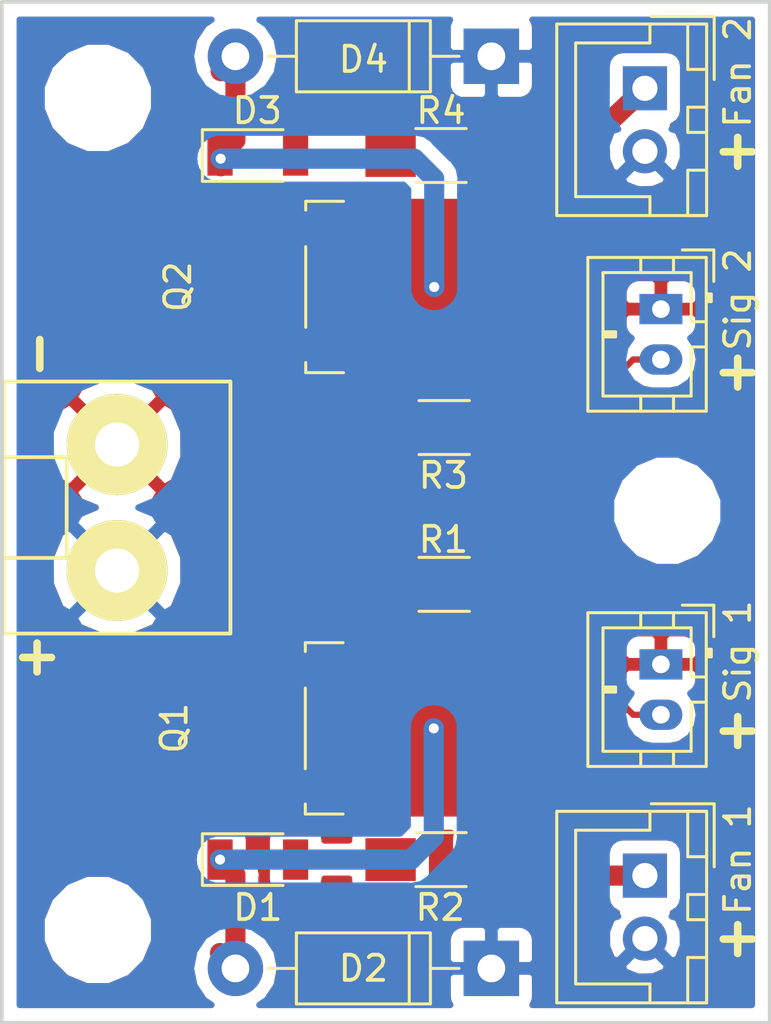
<source format=kicad_pcb>
(kicad_pcb (version 20171130) (host pcbnew 5.0.2-bee76a0~70~ubuntu18.04.1)

  (general
    (thickness 1.6)
    (drawings 10)
    (tracks 55)
    (zones 0)
    (modules 18)
    (nets 9)
  )

  (page A4)
  (layers
    (0 F.Cu signal)
    (31 B.Cu signal)
    (32 B.Adhes user)
    (33 F.Adhes user)
    (34 B.Paste user)
    (35 F.Paste user)
    (36 B.SilkS user)
    (37 F.SilkS user)
    (38 B.Mask user)
    (39 F.Mask user)
    (40 Dwgs.User user)
    (41 Cmts.User user)
    (42 Eco1.User user)
    (43 Eco2.User user)
    (44 Edge.Cuts user)
    (45 Margin user)
    (46 B.CrtYd user)
    (47 F.CrtYd user)
    (48 B.Fab user hide)
    (49 F.Fab user hide)
  )

  (setup
    (last_trace_width 0.25)
    (user_trace_width 0.4)
    (user_trace_width 0.6)
    (user_trace_width 0.8)
    (trace_clearance 0.2)
    (zone_clearance 0.508)
    (zone_45_only no)
    (trace_min 0.2)
    (segment_width 0.2)
    (edge_width 0.15)
    (via_size 0.8)
    (via_drill 0.4)
    (via_min_size 0.4)
    (via_min_drill 0.3)
    (uvia_size 0.3)
    (uvia_drill 0.1)
    (uvias_allowed no)
    (uvia_min_size 0.2)
    (uvia_min_drill 0.1)
    (pcb_text_width 0.3)
    (pcb_text_size 1.5 1.5)
    (mod_edge_width 0.15)
    (mod_text_size 1 1)
    (mod_text_width 0.15)
    (pad_size 1.524 1.524)
    (pad_drill 0.762)
    (pad_to_mask_clearance 0.051)
    (solder_mask_min_width 0.25)
    (aux_axis_origin 0 0)
    (visible_elements FFFFFF7F)
    (pcbplotparams
      (layerselection 0x010fc_ffffffff)
      (usegerberextensions false)
      (usegerberattributes false)
      (usegerberadvancedattributes false)
      (creategerberjobfile false)
      (excludeedgelayer true)
      (linewidth 0.100000)
      (plotframeref false)
      (viasonmask false)
      (mode 1)
      (useauxorigin false)
      (hpglpennumber 1)
      (hpglpenspeed 20)
      (hpglpendiameter 15.000000)
      (psnegative false)
      (psa4output false)
      (plotreference true)
      (plotvalue true)
      (plotinvisibletext false)
      (padsonsilk false)
      (subtractmaskfromsilk false)
      (outputformat 1)
      (mirror false)
      (drillshape 1)
      (scaleselection 1)
      (outputdirectory ""))
  )

  (net 0 "")
  (net 1 +24V)
  (net 2 "Net-(D1-Pad2)")
  (net 3 "Net-(D3-Pad2)")
  (net 4 "Net-(J2-Pad2)")
  (net 5 "Net-(J4-Pad2)")
  (net 6 "Net-(D1-Pad1)")
  (net 7 "Net-(D3-Pad1)")
  (net 8 GND)

  (net_class Default "This is the default net class."
    (clearance 0.2)
    (trace_width 0.25)
    (via_dia 0.8)
    (via_drill 0.4)
    (uvia_dia 0.3)
    (uvia_drill 0.1)
    (add_net +24V)
    (add_net GND)
    (add_net "Net-(D1-Pad1)")
    (add_net "Net-(D1-Pad2)")
    (add_net "Net-(D3-Pad1)")
    (add_net "Net-(D3-Pad2)")
    (add_net "Net-(J2-Pad2)")
    (add_net "Net-(J4-Pad2)")
  )

  (module KiCad/Resistors_SMD.pretty:R_1206_HandSoldering (layer F.Cu) (tedit 58AADA36) (tstamp 5C426DE5)
    (at 145.828 84.709)
    (descr "Resistor SMD 1206, hand soldering")
    (tags "resistor 1206")
    (path /5C2FB2D9)
    (attr smd)
    (fp_text reference R1 (at -0.032 -1.778) (layer F.SilkS)
      (effects (font (size 1 1) (thickness 0.15)))
    )
    (fp_text value R220k (at 0 1.9) (layer F.Fab)
      (effects (font (size 1 1) (thickness 0.15)))
    )
    (fp_text user %R (at 0 -1.85) (layer F.Fab)
      (effects (font (size 1 1) (thickness 0.15)))
    )
    (fp_line (start -1.6 0.8) (end -1.6 -0.8) (layer F.Fab) (width 0.1))
    (fp_line (start 1.6 0.8) (end -1.6 0.8) (layer F.Fab) (width 0.1))
    (fp_line (start 1.6 -0.8) (end 1.6 0.8) (layer F.Fab) (width 0.1))
    (fp_line (start -1.6 -0.8) (end 1.6 -0.8) (layer F.Fab) (width 0.1))
    (fp_line (start 1 1.07) (end -1 1.07) (layer F.SilkS) (width 0.12))
    (fp_line (start -1 -1.07) (end 1 -1.07) (layer F.SilkS) (width 0.12))
    (fp_line (start -3.25 -1.11) (end 3.25 -1.11) (layer F.CrtYd) (width 0.05))
    (fp_line (start -3.25 -1.11) (end -3.25 1.1) (layer F.CrtYd) (width 0.05))
    (fp_line (start 3.25 1.1) (end 3.25 -1.11) (layer F.CrtYd) (width 0.05))
    (fp_line (start 3.25 1.1) (end -3.25 1.1) (layer F.CrtYd) (width 0.05))
    (pad 1 smd rect (at -2 0) (size 2 1.7) (layers F.Cu F.Paste F.Mask)
      (net 4 "Net-(J2-Pad2)"))
    (pad 2 smd rect (at 2 0) (size 2 1.7) (layers F.Cu F.Paste F.Mask)
      (net 8 GND))
    (model Resistors_SMD.3dshapes/R_1206.wrl
      (at (xyz 0 0 0))
      (scale (xyz 1 1 1))
      (rotate (xyz 0 0 0))
    )
  )

  (module KiCad/Diodes_ThroughHole.pretty:D_DO-41_SOD81_P10.16mm_Horizontal (layer F.Cu) (tedit 5877C982) (tstamp 5C43719E)
    (at 147.701 63.754 180)
    (descr "D, DO-41_SOD81 series, Axial, Horizontal, pin pitch=10.16mm, , length*diameter=5.2*2.7mm^2, , http://www.diodes.com/_files/packages/DO-41%20(Plastic).pdf")
    (tags "D DO-41_SOD81 series Axial Horizontal pin pitch 10.16mm  length 5.2mm diameter 2.7mm")
    (path /5C2FB24D)
    (fp_text reference D4 (at 5.08 -0.127 180) (layer F.SilkS)
      (effects (font (size 1 1) (thickness 0.15)))
    )
    (fp_text value 1N4007 (at 5.08 2.41 180) (layer F.Fab)
      (effects (font (size 1 1) (thickness 0.15)))
    )
    (fp_line (start 2.48 -1.35) (end 2.48 1.35) (layer F.Fab) (width 0.1))
    (fp_line (start 2.48 1.35) (end 7.68 1.35) (layer F.Fab) (width 0.1))
    (fp_line (start 7.68 1.35) (end 7.68 -1.35) (layer F.Fab) (width 0.1))
    (fp_line (start 7.68 -1.35) (end 2.48 -1.35) (layer F.Fab) (width 0.1))
    (fp_line (start 0 0) (end 2.48 0) (layer F.Fab) (width 0.1))
    (fp_line (start 10.16 0) (end 7.68 0) (layer F.Fab) (width 0.1))
    (fp_line (start 3.26 -1.35) (end 3.26 1.35) (layer F.Fab) (width 0.1))
    (fp_line (start 2.42 -1.41) (end 2.42 1.41) (layer F.SilkS) (width 0.12))
    (fp_line (start 2.42 1.41) (end 7.74 1.41) (layer F.SilkS) (width 0.12))
    (fp_line (start 7.74 1.41) (end 7.74 -1.41) (layer F.SilkS) (width 0.12))
    (fp_line (start 7.74 -1.41) (end 2.42 -1.41) (layer F.SilkS) (width 0.12))
    (fp_line (start 1.28 0) (end 2.42 0) (layer F.SilkS) (width 0.12))
    (fp_line (start 8.88 0) (end 7.74 0) (layer F.SilkS) (width 0.12))
    (fp_line (start 3.26 -1.41) (end 3.26 1.41) (layer F.SilkS) (width 0.12))
    (fp_line (start -1.35 -1.7) (end -1.35 1.7) (layer F.CrtYd) (width 0.05))
    (fp_line (start -1.35 1.7) (end 11.55 1.7) (layer F.CrtYd) (width 0.05))
    (fp_line (start 11.55 1.7) (end 11.55 -1.7) (layer F.CrtYd) (width 0.05))
    (fp_line (start 11.55 -1.7) (end -1.35 -1.7) (layer F.CrtYd) (width 0.05))
    (pad 1 thru_hole rect (at 0 0 180) (size 2.2 2.2) (drill 1.1) (layers *.Cu *.Mask)
      (net 1 +24V))
    (pad 2 thru_hole oval (at 10.16 0 180) (size 2.2 2.2) (drill 1.1) (layers *.Cu *.Mask)
      (net 7 "Net-(D3-Pad1)"))
    (model Diodes_THT.3dshapes/D_DO-41_SOD81_P10.16mm_Horizontal.wrl
      (at (xyz 0 0 0))
      (scale (xyz 0.393701 0.393701 0.393701))
      (rotate (xyz 0 0 0))
    )
  )

  (module KiCad/Diodes_ThroughHole.pretty:D_DO-41_SOD81_P10.16mm_Horizontal (layer F.Cu) (tedit 5877C982) (tstamp 5C426D23)
    (at 147.701 99.949 180)
    (descr "D, DO-41_SOD81 series, Axial, Horizontal, pin pitch=10.16mm, , length*diameter=5.2*2.7mm^2, , http://www.diodes.com/_files/packages/DO-41%20(Plastic).pdf")
    (tags "D DO-41_SOD81 series Axial Horizontal pin pitch 10.16mm  length 5.2mm diameter 2.7mm")
    (path /5C2F9FA9)
    (fp_text reference D2 (at 5.08 0 180) (layer F.SilkS)
      (effects (font (size 1 1) (thickness 0.15)))
    )
    (fp_text value 1N4007 (at 5.08 2.41 180) (layer F.Fab)
      (effects (font (size 1 1) (thickness 0.15)))
    )
    (fp_line (start 11.55 -1.7) (end -1.35 -1.7) (layer F.CrtYd) (width 0.05))
    (fp_line (start 11.55 1.7) (end 11.55 -1.7) (layer F.CrtYd) (width 0.05))
    (fp_line (start -1.35 1.7) (end 11.55 1.7) (layer F.CrtYd) (width 0.05))
    (fp_line (start -1.35 -1.7) (end -1.35 1.7) (layer F.CrtYd) (width 0.05))
    (fp_line (start 3.26 -1.41) (end 3.26 1.41) (layer F.SilkS) (width 0.12))
    (fp_line (start 8.88 0) (end 7.74 0) (layer F.SilkS) (width 0.12))
    (fp_line (start 1.28 0) (end 2.42 0) (layer F.SilkS) (width 0.12))
    (fp_line (start 7.74 -1.41) (end 2.42 -1.41) (layer F.SilkS) (width 0.12))
    (fp_line (start 7.74 1.41) (end 7.74 -1.41) (layer F.SilkS) (width 0.12))
    (fp_line (start 2.42 1.41) (end 7.74 1.41) (layer F.SilkS) (width 0.12))
    (fp_line (start 2.42 -1.41) (end 2.42 1.41) (layer F.SilkS) (width 0.12))
    (fp_line (start 3.26 -1.35) (end 3.26 1.35) (layer F.Fab) (width 0.1))
    (fp_line (start 10.16 0) (end 7.68 0) (layer F.Fab) (width 0.1))
    (fp_line (start 0 0) (end 2.48 0) (layer F.Fab) (width 0.1))
    (fp_line (start 7.68 -1.35) (end 2.48 -1.35) (layer F.Fab) (width 0.1))
    (fp_line (start 7.68 1.35) (end 7.68 -1.35) (layer F.Fab) (width 0.1))
    (fp_line (start 2.48 1.35) (end 7.68 1.35) (layer F.Fab) (width 0.1))
    (fp_line (start 2.48 -1.35) (end 2.48 1.35) (layer F.Fab) (width 0.1))
    (pad 2 thru_hole oval (at 10.16 0 180) (size 2.2 2.2) (drill 1.1) (layers *.Cu *.Mask)
      (net 6 "Net-(D1-Pad1)"))
    (pad 1 thru_hole rect (at 0 0 180) (size 2.2 2.2) (drill 1.1) (layers *.Cu *.Mask)
      (net 1 +24V))
    (model Diodes_THT.3dshapes/D_DO-41_SOD81_P10.16mm_Horizontal.wrl
      (at (xyz 0 0 0))
      (scale (xyz 0.393701 0.393701 0.393701))
      (rotate (xyz 0 0 0))
    )
  )

  (module apexelectrix/apex-screw-terminals.pretty:Screw_Terminal_1x02 (layer F.Cu) (tedit 54C93B6B) (tstamp 5C426D30)
    (at 132.842 81.661 270)
    (descr "Through hole pin header")
    (tags "pin header")
    (path /5C2FB063)
    (fp_text reference J1 (at 0 -3.5 270) (layer F.SilkS) hide
      (effects (font (size 1 1) (thickness 0.15)))
    )
    (fp_text value "PWR IN" (at 0.5 3.5 270) (layer F.SilkS) hide
      (effects (font (size 1 1) (thickness 0.15)))
    )
    (fp_line (start -2 4.5) (end -2 2) (layer F.SilkS) (width 0.15))
    (fp_line (start -2 2) (end 2 2) (layer F.SilkS) (width 0.15))
    (fp_line (start 2 2) (end 2 4.5) (layer F.SilkS) (width 0.15))
    (fp_line (start -5 4.5) (end 5 4.5) (layer F.SilkS) (width 0.15))
    (fp_line (start 5 -4.5) (end -5 -4.5) (layer F.SilkS) (width 0.15))
    (fp_line (start -5 -4.5) (end -5 4.5) (layer F.SilkS) (width 0.15))
    (fp_line (start 5 -4.5) (end 5 4.5) (layer F.SilkS) (width 0.15))
    (pad 1 thru_hole circle (at -2.5 0 270) (size 4 4) (drill 1.75) (layers *.Cu *.Mask F.SilkS)
      (net 8 GND))
    (pad 2 thru_hole circle (at 2.5 0 270) (size 4 4) (drill 1.75) (layers *.Cu *.Mask F.SilkS)
      (net 1 +24V))
    (model Pin_Headers/Pin_Header_Straight_1x02.wrl
      (at (xyz 0 0 0))
      (scale (xyz 1 1 1))
      (rotate (xyz 0 0 0))
    )
  )

  (module KiCad/Resistors_SMD.pretty:R_1206_HandSoldering (layer F.Cu) (tedit 58AADA36) (tstamp 5C42930A)
    (at 145.701 95.631 180)
    (descr "Resistor SMD 1206, hand soldering")
    (tags "resistor 1206")
    (path /5C305095)
    (attr smd)
    (fp_text reference R2 (at 0.032 -1.905 180) (layer F.SilkS)
      (effects (font (size 1 1) (thickness 0.15)))
    )
    (fp_text value R1K (at 0 1.9 180) (layer F.Fab)
      (effects (font (size 1 1) (thickness 0.15)))
    )
    (fp_line (start 3.25 1.1) (end -3.25 1.1) (layer F.CrtYd) (width 0.05))
    (fp_line (start 3.25 1.1) (end 3.25 -1.11) (layer F.CrtYd) (width 0.05))
    (fp_line (start -3.25 -1.11) (end -3.25 1.1) (layer F.CrtYd) (width 0.05))
    (fp_line (start -3.25 -1.11) (end 3.25 -1.11) (layer F.CrtYd) (width 0.05))
    (fp_line (start -1 -1.07) (end 1 -1.07) (layer F.SilkS) (width 0.12))
    (fp_line (start 1 1.07) (end -1 1.07) (layer F.SilkS) (width 0.12))
    (fp_line (start -1.6 -0.8) (end 1.6 -0.8) (layer F.Fab) (width 0.1))
    (fp_line (start 1.6 -0.8) (end 1.6 0.8) (layer F.Fab) (width 0.1))
    (fp_line (start 1.6 0.8) (end -1.6 0.8) (layer F.Fab) (width 0.1))
    (fp_line (start -1.6 0.8) (end -1.6 -0.8) (layer F.Fab) (width 0.1))
    (fp_text user %R (at 0 -1.85 180) (layer F.Fab)
      (effects (font (size 1 1) (thickness 0.15)))
    )
    (pad 2 smd rect (at 2 0 180) (size 2 1.7) (layers F.Cu F.Paste F.Mask)
      (net 2 "Net-(D1-Pad2)"))
    (pad 1 smd rect (at -2 0 180) (size 2 1.7) (layers F.Cu F.Paste F.Mask)
      (net 1 +24V))
    (model Resistors_SMD.3dshapes/R_1206.wrl
      (at (xyz 0 0 0))
      (scale (xyz 1 1 1))
      (rotate (xyz 0 0 0))
    )
  )

  (module KiCad/Resistors_SMD.pretty:R_1206_HandSoldering (layer F.Cu) (tedit 58AADA36) (tstamp 5C43883A)
    (at 145.828 78.486)
    (descr "Resistor SMD 1206, hand soldering")
    (tags "resistor 1206")
    (path /5C2FA245)
    (attr smd)
    (fp_text reference R3 (at -0.032 1.905) (layer F.SilkS)
      (effects (font (size 1 1) (thickness 0.15)))
    )
    (fp_text value R220k (at 0 1.9) (layer F.Fab)
      (effects (font (size 1 1) (thickness 0.15)))
    )
    (fp_text user %R (at 0 -1.85) (layer F.Fab)
      (effects (font (size 1 1) (thickness 0.15)))
    )
    (fp_line (start -1.6 0.8) (end -1.6 -0.8) (layer F.Fab) (width 0.1))
    (fp_line (start 1.6 0.8) (end -1.6 0.8) (layer F.Fab) (width 0.1))
    (fp_line (start 1.6 -0.8) (end 1.6 0.8) (layer F.Fab) (width 0.1))
    (fp_line (start -1.6 -0.8) (end 1.6 -0.8) (layer F.Fab) (width 0.1))
    (fp_line (start 1 1.07) (end -1 1.07) (layer F.SilkS) (width 0.12))
    (fp_line (start -1 -1.07) (end 1 -1.07) (layer F.SilkS) (width 0.12))
    (fp_line (start -3.25 -1.11) (end 3.25 -1.11) (layer F.CrtYd) (width 0.05))
    (fp_line (start -3.25 -1.11) (end -3.25 1.1) (layer F.CrtYd) (width 0.05))
    (fp_line (start 3.25 1.1) (end 3.25 -1.11) (layer F.CrtYd) (width 0.05))
    (fp_line (start 3.25 1.1) (end -3.25 1.1) (layer F.CrtYd) (width 0.05))
    (pad 1 smd rect (at -2 0) (size 2 1.7) (layers F.Cu F.Paste F.Mask)
      (net 5 "Net-(J4-Pad2)"))
    (pad 2 smd rect (at 2 0) (size 2 1.7) (layers F.Cu F.Paste F.Mask)
      (net 8 GND))
    (model Resistors_SMD.3dshapes/R_1206.wrl
      (at (xyz 0 0 0))
      (scale (xyz 1 1 1))
      (rotate (xyz 0 0 0))
    )
  )

  (module KiCad/Resistors_SMD.pretty:R_1206_HandSoldering (layer F.Cu) (tedit 58AADA36) (tstamp 5C426E18)
    (at 145.701 67.691 180)
    (descr "Resistor SMD 1206, hand soldering")
    (tags "resistor 1206")
    (path /5C3056F0)
    (attr smd)
    (fp_text reference R4 (at 0 1.778 180) (layer F.SilkS)
      (effects (font (size 1 1) (thickness 0.15)))
    )
    (fp_text value R1K (at 0 1.9 180) (layer F.Fab)
      (effects (font (size 1 1) (thickness 0.15)))
    )
    (fp_line (start 3.25 1.1) (end -3.25 1.1) (layer F.CrtYd) (width 0.05))
    (fp_line (start 3.25 1.1) (end 3.25 -1.11) (layer F.CrtYd) (width 0.05))
    (fp_line (start -3.25 -1.11) (end -3.25 1.1) (layer F.CrtYd) (width 0.05))
    (fp_line (start -3.25 -1.11) (end 3.25 -1.11) (layer F.CrtYd) (width 0.05))
    (fp_line (start -1 -1.07) (end 1 -1.07) (layer F.SilkS) (width 0.12))
    (fp_line (start 1 1.07) (end -1 1.07) (layer F.SilkS) (width 0.12))
    (fp_line (start -1.6 -0.8) (end 1.6 -0.8) (layer F.Fab) (width 0.1))
    (fp_line (start 1.6 -0.8) (end 1.6 0.8) (layer F.Fab) (width 0.1))
    (fp_line (start 1.6 0.8) (end -1.6 0.8) (layer F.Fab) (width 0.1))
    (fp_line (start -1.6 0.8) (end -1.6 -0.8) (layer F.Fab) (width 0.1))
    (fp_text user %R (at 0 -1.85 180) (layer F.Fab)
      (effects (font (size 1 1) (thickness 0.15)))
    )
    (pad 2 smd rect (at 2 0 180) (size 2 1.7) (layers F.Cu F.Paste F.Mask)
      (net 3 "Net-(D3-Pad2)"))
    (pad 1 smd rect (at -2 0 180) (size 2 1.7) (layers F.Cu F.Paste F.Mask)
      (net 1 +24V))
    (model Resistors_SMD.3dshapes/R_1206.wrl
      (at (xyz 0 0 0))
      (scale (xyz 1 1 1))
      (rotate (xyz 0 0 0))
    )
  )

  (module KiCad/Connectors_JST.pretty:JST_XH_B02B-XH-A_02x2.50mm_Straight (layer F.Cu) (tedit 5C2FD2B4) (tstamp 5C6475E4)
    (at 153.797 96.266 270)
    (descr "JST XH series connector, B02B-XH-A, top entry type, through hole")
    (tags "connector jst xh tht top vertical 2.50mm")
    (path /5C2FAED8)
    (fp_text reference J3 (at 1.25 -3.5 270) (layer F.SilkS) hide
      (effects (font (size 1 1) (thickness 0.15)))
    )
    (fp_text value "Fan 1" (at -0.635 -3.683 270) (layer F.SilkS)
      (effects (font (size 1 1) (thickness 0.15)))
    )
    (fp_text user %R (at 1.25 2.5 270) (layer F.Fab)
      (effects (font (size 1 1) (thickness 0.15)))
    )
    (fp_line (start -2.85 -2.75) (end -2.85 -0.25) (layer F.Fab) (width 0.1))
    (fp_line (start -0.35 -2.75) (end -2.85 -2.75) (layer F.Fab) (width 0.1))
    (fp_line (start -2.85 -2.75) (end -2.85 -0.25) (layer F.SilkS) (width 0.12))
    (fp_line (start -0.35 -2.75) (end -2.85 -2.75) (layer F.SilkS) (width 0.12))
    (fp_line (start 4.3 2.75) (end 1.25 2.75) (layer F.SilkS) (width 0.12))
    (fp_line (start 4.3 -0.2) (end 4.3 2.75) (layer F.SilkS) (width 0.12))
    (fp_line (start 5.05 -0.2) (end 4.3 -0.2) (layer F.SilkS) (width 0.12))
    (fp_line (start -1.8 2.75) (end 1.25 2.75) (layer F.SilkS) (width 0.12))
    (fp_line (start -1.8 -0.2) (end -1.8 2.75) (layer F.SilkS) (width 0.12))
    (fp_line (start -2.55 -0.2) (end -1.8 -0.2) (layer F.SilkS) (width 0.12))
    (fp_line (start 5.05 -2.45) (end 3.25 -2.45) (layer F.SilkS) (width 0.12))
    (fp_line (start 5.05 -1.7) (end 5.05 -2.45) (layer F.SilkS) (width 0.12))
    (fp_line (start 3.25 -1.7) (end 5.05 -1.7) (layer F.SilkS) (width 0.12))
    (fp_line (start 3.25 -2.45) (end 3.25 -1.7) (layer F.SilkS) (width 0.12))
    (fp_line (start -0.75 -2.45) (end -2.55 -2.45) (layer F.SilkS) (width 0.12))
    (fp_line (start -0.75 -1.7) (end -0.75 -2.45) (layer F.SilkS) (width 0.12))
    (fp_line (start -2.55 -1.7) (end -0.75 -1.7) (layer F.SilkS) (width 0.12))
    (fp_line (start -2.55 -2.45) (end -2.55 -1.7) (layer F.SilkS) (width 0.12))
    (fp_line (start 1.75 -2.45) (end 0.75 -2.45) (layer F.SilkS) (width 0.12))
    (fp_line (start 1.75 -1.7) (end 1.75 -2.45) (layer F.SilkS) (width 0.12))
    (fp_line (start 0.75 -1.7) (end 1.75 -1.7) (layer F.SilkS) (width 0.12))
    (fp_line (start 0.75 -2.45) (end 0.75 -1.7) (layer F.SilkS) (width 0.12))
    (fp_line (start 5.05 -2.45) (end -2.55 -2.45) (layer F.SilkS) (width 0.12))
    (fp_line (start 5.05 3.5) (end 5.05 -2.45) (layer F.SilkS) (width 0.12))
    (fp_line (start -2.55 3.5) (end 5.05 3.5) (layer F.SilkS) (width 0.12))
    (fp_line (start -2.55 -2.45) (end -2.55 3.5) (layer F.SilkS) (width 0.12))
    (fp_line (start 5.45 -2.85) (end -2.95 -2.85) (layer F.CrtYd) (width 0.05))
    (fp_line (start 5.45 3.9) (end 5.45 -2.85) (layer F.CrtYd) (width 0.05))
    (fp_line (start -2.95 3.9) (end 5.45 3.9) (layer F.CrtYd) (width 0.05))
    (fp_line (start -2.95 -2.85) (end -2.95 3.9) (layer F.CrtYd) (width 0.05))
    (fp_line (start 4.95 -2.35) (end -2.45 -2.35) (layer F.Fab) (width 0.1))
    (fp_line (start 4.95 3.4) (end 4.95 -2.35) (layer F.Fab) (width 0.1))
    (fp_line (start -2.45 3.4) (end 4.95 3.4) (layer F.Fab) (width 0.1))
    (fp_line (start -2.45 -2.35) (end -2.45 3.4) (layer F.Fab) (width 0.1))
    (pad 2 thru_hole circle (at 2.5 0 270) (size 1.75 1.75) (drill 1) (layers *.Cu *.Mask)
      (net 1 +24V))
    (pad 1 thru_hole rect (at 0 0 270) (size 1.75 1.75) (drill 1) (layers *.Cu *.Mask)
      (net 6 "Net-(D1-Pad1)"))
    (model Connectors_JST.3dshapes/JST_XH_B02B-XH-A_02x2.50mm_Straight.wrl
      (at (xyz 0 0 0))
      (scale (xyz 1 1 1))
      (rotate (xyz 0 0 0))
    )
  )

  (module KiCad/Connectors_JST.pretty:JST_XH_B02B-XH-A_02x2.50mm_Straight (layer F.Cu) (tedit 5C2FD289) (tstamp 5C647A9F)
    (at 153.797 65.024 270)
    (descr "JST XH series connector, B02B-XH-A, top entry type, through hole")
    (tags "connector jst xh tht top vertical 2.50mm")
    (path /5C2FAF8F)
    (fp_text reference J5 (at 1.25 -3.5 270) (layer F.SilkS) hide
      (effects (font (size 1 1) (thickness 0.15)))
    )
    (fp_text value "Fan 2" (at -0.635 -3.683 270) (layer F.SilkS)
      (effects (font (size 1 1) (thickness 0.15)))
    )
    (fp_line (start -2.45 -2.35) (end -2.45 3.4) (layer F.Fab) (width 0.1))
    (fp_line (start -2.45 3.4) (end 4.95 3.4) (layer F.Fab) (width 0.1))
    (fp_line (start 4.95 3.4) (end 4.95 -2.35) (layer F.Fab) (width 0.1))
    (fp_line (start 4.95 -2.35) (end -2.45 -2.35) (layer F.Fab) (width 0.1))
    (fp_line (start -2.95 -2.85) (end -2.95 3.9) (layer F.CrtYd) (width 0.05))
    (fp_line (start -2.95 3.9) (end 5.45 3.9) (layer F.CrtYd) (width 0.05))
    (fp_line (start 5.45 3.9) (end 5.45 -2.85) (layer F.CrtYd) (width 0.05))
    (fp_line (start 5.45 -2.85) (end -2.95 -2.85) (layer F.CrtYd) (width 0.05))
    (fp_line (start -2.55 -2.45) (end -2.55 3.5) (layer F.SilkS) (width 0.12))
    (fp_line (start -2.55 3.5) (end 5.05 3.5) (layer F.SilkS) (width 0.12))
    (fp_line (start 5.05 3.5) (end 5.05 -2.45) (layer F.SilkS) (width 0.12))
    (fp_line (start 5.05 -2.45) (end -2.55 -2.45) (layer F.SilkS) (width 0.12))
    (fp_line (start 0.75 -2.45) (end 0.75 -1.7) (layer F.SilkS) (width 0.12))
    (fp_line (start 0.75 -1.7) (end 1.75 -1.7) (layer F.SilkS) (width 0.12))
    (fp_line (start 1.75 -1.7) (end 1.75 -2.45) (layer F.SilkS) (width 0.12))
    (fp_line (start 1.75 -2.45) (end 0.75 -2.45) (layer F.SilkS) (width 0.12))
    (fp_line (start -2.55 -2.45) (end -2.55 -1.7) (layer F.SilkS) (width 0.12))
    (fp_line (start -2.55 -1.7) (end -0.75 -1.7) (layer F.SilkS) (width 0.12))
    (fp_line (start -0.75 -1.7) (end -0.75 -2.45) (layer F.SilkS) (width 0.12))
    (fp_line (start -0.75 -2.45) (end -2.55 -2.45) (layer F.SilkS) (width 0.12))
    (fp_line (start 3.25 -2.45) (end 3.25 -1.7) (layer F.SilkS) (width 0.12))
    (fp_line (start 3.25 -1.7) (end 5.05 -1.7) (layer F.SilkS) (width 0.12))
    (fp_line (start 5.05 -1.7) (end 5.05 -2.45) (layer F.SilkS) (width 0.12))
    (fp_line (start 5.05 -2.45) (end 3.25 -2.45) (layer F.SilkS) (width 0.12))
    (fp_line (start -2.55 -0.2) (end -1.8 -0.2) (layer F.SilkS) (width 0.12))
    (fp_line (start -1.8 -0.2) (end -1.8 2.75) (layer F.SilkS) (width 0.12))
    (fp_line (start -1.8 2.75) (end 1.25 2.75) (layer F.SilkS) (width 0.12))
    (fp_line (start 5.05 -0.2) (end 4.3 -0.2) (layer F.SilkS) (width 0.12))
    (fp_line (start 4.3 -0.2) (end 4.3 2.75) (layer F.SilkS) (width 0.12))
    (fp_line (start 4.3 2.75) (end 1.25 2.75) (layer F.SilkS) (width 0.12))
    (fp_line (start -0.35 -2.75) (end -2.85 -2.75) (layer F.SilkS) (width 0.12))
    (fp_line (start -2.85 -2.75) (end -2.85 -0.25) (layer F.SilkS) (width 0.12))
    (fp_line (start -0.35 -2.75) (end -2.85 -2.75) (layer F.Fab) (width 0.1))
    (fp_line (start -2.85 -2.75) (end -2.85 -0.25) (layer F.Fab) (width 0.1))
    (fp_text user %R (at 1.25 2.5 270) (layer F.Fab)
      (effects (font (size 1 1) (thickness 0.15)))
    )
    (pad 1 thru_hole rect (at 0 0 270) (size 1.75 1.75) (drill 1) (layers *.Cu *.Mask)
      (net 7 "Net-(D3-Pad1)"))
    (pad 2 thru_hole circle (at 2.5 0 270) (size 1.75 1.75) (drill 1) (layers *.Cu *.Mask)
      (net 1 +24V))
    (model Connectors_JST.3dshapes/JST_XH_B02B-XH-A_02x2.50mm_Straight.wrl
      (at (xyz 0 0 0))
      (scale (xyz 1 1 1))
      (rotate (xyz 0 0 0))
    )
  )

  (module KiCad/Diodes_SMD.pretty:D_1206 (layer F.Cu) (tedit 587F7EF9) (tstamp 5C436337)
    (at 138.43 95.631)
    (descr "Diode SMD 1206, reflow soldering")
    (tags "Diode 1206")
    (path /5C3041BD)
    (attr smd)
    (fp_text reference D1 (at 0 1.905) (layer F.SilkS)
      (effects (font (size 1 1) (thickness 0.15)))
    )
    (fp_text value LED (at 0 2.3) (layer F.Fab)
      (effects (font (size 1 1) (thickness 0.15)))
    )
    (fp_line (start -0.254 -0.254) (end -0.254 0.254) (layer F.Fab) (width 0.1))
    (fp_line (start 0.127 0) (end 0.381 0) (layer F.Fab) (width 0.1))
    (fp_line (start -0.254 0) (end -0.508 0) (layer F.Fab) (width 0.1))
    (fp_line (start 0.127 0.254) (end -0.254 0) (layer F.Fab) (width 0.1))
    (fp_line (start 0.127 -0.254) (end 0.127 0.254) (layer F.Fab) (width 0.1))
    (fp_line (start -0.254 0) (end 0.127 -0.254) (layer F.Fab) (width 0.1))
    (fp_line (start -2.2 -1.016) (end -2.2 1.016) (layer F.SilkS) (width 0.12))
    (fp_line (start -1.6 0.8) (end -1.6 -0.8) (layer F.Fab) (width 0.1))
    (fp_line (start 1.6 0.8) (end -1.6 0.8) (layer F.Fab) (width 0.1))
    (fp_line (start 1.6 -0.8) (end 1.6 0.8) (layer F.Fab) (width 0.1))
    (fp_line (start -1.6 -0.8) (end 1.6 -0.8) (layer F.Fab) (width 0.1))
    (fp_line (start -2.3 -1.15) (end 2.3 -1.15) (layer F.CrtYd) (width 0.05))
    (fp_line (start -2.3 1.15) (end 2.3 1.15) (layer F.CrtYd) (width 0.05))
    (fp_line (start -2.3 -1.15) (end -2.3 1.15) (layer F.CrtYd) (width 0.05))
    (fp_line (start 2.3 -1.15) (end 2.3 1.15) (layer F.CrtYd) (width 0.05))
    (fp_line (start 1 -1.025) (end -2.2 -1.025) (layer F.SilkS) (width 0.12))
    (fp_line (start -2.2 1.025) (end 1 1.025) (layer F.SilkS) (width 0.12))
    (pad 1 smd rect (at -1.5 0) (size 1 1.6) (layers F.Cu F.Paste F.Mask)
      (net 6 "Net-(D1-Pad1)"))
    (pad 2 smd rect (at 1.5 0) (size 1 1.6) (layers F.Cu F.Paste F.Mask)
      (net 2 "Net-(D1-Pad2)"))
  )

  (module KiCad/Diodes_SMD.pretty:D_1206 (layer F.Cu) (tedit 587F7EF9) (tstamp 5C43634D)
    (at 138.43 67.691)
    (descr "Diode SMD 1206, reflow soldering")
    (tags "Diode 1206")
    (path /5C305786)
    (attr smd)
    (fp_text reference D3 (at -0.024 -1.778) (layer F.SilkS)
      (effects (font (size 1 1) (thickness 0.15)))
    )
    (fp_text value LED (at 0 2.3) (layer F.Fab)
      (effects (font (size 1 1) (thickness 0.15)))
    )
    (fp_line (start -2.2 1.025) (end 1 1.025) (layer F.SilkS) (width 0.12))
    (fp_line (start 1 -1.025) (end -2.2 -1.025) (layer F.SilkS) (width 0.12))
    (fp_line (start 2.3 -1.15) (end 2.3 1.15) (layer F.CrtYd) (width 0.05))
    (fp_line (start -2.3 -1.15) (end -2.3 1.15) (layer F.CrtYd) (width 0.05))
    (fp_line (start -2.3 1.15) (end 2.3 1.15) (layer F.CrtYd) (width 0.05))
    (fp_line (start -2.3 -1.15) (end 2.3 -1.15) (layer F.CrtYd) (width 0.05))
    (fp_line (start -1.6 -0.8) (end 1.6 -0.8) (layer F.Fab) (width 0.1))
    (fp_line (start 1.6 -0.8) (end 1.6 0.8) (layer F.Fab) (width 0.1))
    (fp_line (start 1.6 0.8) (end -1.6 0.8) (layer F.Fab) (width 0.1))
    (fp_line (start -1.6 0.8) (end -1.6 -0.8) (layer F.Fab) (width 0.1))
    (fp_line (start -2.2 -1.016) (end -2.2 1.016) (layer F.SilkS) (width 0.12))
    (fp_line (start -0.254 0) (end 0.127 -0.254) (layer F.Fab) (width 0.1))
    (fp_line (start 0.127 -0.254) (end 0.127 0.254) (layer F.Fab) (width 0.1))
    (fp_line (start 0.127 0.254) (end -0.254 0) (layer F.Fab) (width 0.1))
    (fp_line (start -0.254 0) (end -0.508 0) (layer F.Fab) (width 0.1))
    (fp_line (start 0.127 0) (end 0.381 0) (layer F.Fab) (width 0.1))
    (fp_line (start -0.254 -0.254) (end -0.254 0.254) (layer F.Fab) (width 0.1))
    (pad 2 smd rect (at 1.5 0) (size 1 1.6) (layers F.Cu F.Paste F.Mask)
      (net 3 "Net-(D3-Pad2)"))
    (pad 1 smd rect (at -1.5 0) (size 1 1.6) (layers F.Cu F.Paste F.Mask)
      (net 7 "Net-(D3-Pad1)"))
  )

  (module KiCad/Connectors_JST.pretty:JST_PH_B2B-PH-K_02x2.00mm_Straight (layer F.Cu) (tedit 5C309D60) (tstamp 5C436C19)
    (at 154.432 87.884 270)
    (descr "JST PH series connector, B2B-PH-K, top entry type, through hole, Datasheet: http://www.jst-mfg.com/product/pdf/eng/ePH.pdf")
    (tags "connector jst ph")
    (path /5C2FAE2B)
    (fp_text reference J2 (at 1.5 -2.8 270) (layer F.SilkS) hide
      (effects (font (size 1 1) (thickness 0.15)))
    )
    (fp_text value "Sig 1" (at -0.508 -3.048 270) (layer F.SilkS)
      (effects (font (size 1 1) (thickness 0.15)))
    )
    (fp_line (start -2.05 -1.8) (end -2.05 2.9) (layer F.SilkS) (width 0.12))
    (fp_line (start -2.05 2.9) (end 4.05 2.9) (layer F.SilkS) (width 0.12))
    (fp_line (start 4.05 2.9) (end 4.05 -1.8) (layer F.SilkS) (width 0.12))
    (fp_line (start 4.05 -1.8) (end -2.05 -1.8) (layer F.SilkS) (width 0.12))
    (fp_line (start 0.5 -1.8) (end 0.5 -1.2) (layer F.SilkS) (width 0.12))
    (fp_line (start 0.5 -1.2) (end -1.45 -1.2) (layer F.SilkS) (width 0.12))
    (fp_line (start -1.45 -1.2) (end -1.45 2.3) (layer F.SilkS) (width 0.12))
    (fp_line (start -1.45 2.3) (end 3.45 2.3) (layer F.SilkS) (width 0.12))
    (fp_line (start 3.45 2.3) (end 3.45 -1.2) (layer F.SilkS) (width 0.12))
    (fp_line (start 3.45 -1.2) (end 1.5 -1.2) (layer F.SilkS) (width 0.12))
    (fp_line (start 1.5 -1.2) (end 1.5 -1.8) (layer F.SilkS) (width 0.12))
    (fp_line (start -2.05 -0.5) (end -1.45 -0.5) (layer F.SilkS) (width 0.12))
    (fp_line (start -2.05 0.8) (end -1.45 0.8) (layer F.SilkS) (width 0.12))
    (fp_line (start 4.05 -0.5) (end 3.45 -0.5) (layer F.SilkS) (width 0.12))
    (fp_line (start 4.05 0.8) (end 3.45 0.8) (layer F.SilkS) (width 0.12))
    (fp_line (start -0.3 -1.8) (end -0.3 -2) (layer F.SilkS) (width 0.12))
    (fp_line (start -0.3 -2) (end -0.6 -2) (layer F.SilkS) (width 0.12))
    (fp_line (start -0.6 -2) (end -0.6 -1.8) (layer F.SilkS) (width 0.12))
    (fp_line (start -0.3 -1.9) (end -0.6 -1.9) (layer F.SilkS) (width 0.12))
    (fp_line (start 0.9 2.3) (end 0.9 1.8) (layer F.SilkS) (width 0.12))
    (fp_line (start 0.9 1.8) (end 1.1 1.8) (layer F.SilkS) (width 0.12))
    (fp_line (start 1.1 1.8) (end 1.1 2.3) (layer F.SilkS) (width 0.12))
    (fp_line (start 1 2.3) (end 1 1.8) (layer F.SilkS) (width 0.12))
    (fp_line (start -1.1 -2.1) (end -2.35 -2.1) (layer F.SilkS) (width 0.12))
    (fp_line (start -2.35 -2.1) (end -2.35 -0.85) (layer F.SilkS) (width 0.12))
    (fp_line (start -1.1 -2.1) (end -2.35 -2.1) (layer F.Fab) (width 0.1))
    (fp_line (start -2.35 -2.1) (end -2.35 -0.85) (layer F.Fab) (width 0.1))
    (fp_line (start -1.95 -1.7) (end -1.95 2.8) (layer F.Fab) (width 0.1))
    (fp_line (start -1.95 2.8) (end 3.95 2.8) (layer F.Fab) (width 0.1))
    (fp_line (start 3.95 2.8) (end 3.95 -1.7) (layer F.Fab) (width 0.1))
    (fp_line (start 3.95 -1.7) (end -1.95 -1.7) (layer F.Fab) (width 0.1))
    (fp_line (start -2.45 -2.2) (end -2.45 3.3) (layer F.CrtYd) (width 0.05))
    (fp_line (start -2.45 3.3) (end 4.45 3.3) (layer F.CrtYd) (width 0.05))
    (fp_line (start 4.45 3.3) (end 4.45 -2.2) (layer F.CrtYd) (width 0.05))
    (fp_line (start 4.45 -2.2) (end -2.45 -2.2) (layer F.CrtYd) (width 0.05))
    (fp_text user %R (at 1 1.5 270) (layer F.Fab)
      (effects (font (size 1 1) (thickness 0.15)))
    )
    (pad 1 thru_hole rect (at 0 0 270) (size 1.2 1.7) (drill 0.7) (layers *.Cu *.Mask)
      (net 8 GND))
    (pad 2 thru_hole oval (at 2 0 270) (size 1.2 1.7) (drill 0.7) (layers *.Cu *.Mask)
      (net 4 "Net-(J2-Pad2)"))
    (model Connectors_JST.3dshapes/JST_PH_B2B-PH-K_02x2.00mm_Straight.wrl
      (at (xyz 0 0 0))
      (scale (xyz 1 1 1))
      (rotate (xyz 0 0 0))
    )
  )

  (module KiCad/Connectors_JST.pretty:JST_PH_B2B-PH-K_02x2.00mm_Straight (layer F.Cu) (tedit 5C309D71) (tstamp 5C5455FF)
    (at 154.432 73.787 270)
    (descr "JST PH series connector, B2B-PH-K, top entry type, through hole, Datasheet: http://www.jst-mfg.com/product/pdf/eng/ePH.pdf")
    (tags "connector jst ph")
    (path /5C2FAE9E)
    (fp_text reference J4 (at 1.5 -2.8 270) (layer F.SilkS) hide
      (effects (font (size 1 1) (thickness 0.15)))
    )
    (fp_text value "Sig 2" (at -0.381 -3.048 270) (layer F.SilkS)
      (effects (font (size 1 1) (thickness 0.15)))
    )
    (fp_text user %R (at 1 1.5 270) (layer F.Fab)
      (effects (font (size 1 1) (thickness 0.15)))
    )
    (fp_line (start 4.45 -2.2) (end -2.45 -2.2) (layer F.CrtYd) (width 0.05))
    (fp_line (start 4.45 3.3) (end 4.45 -2.2) (layer F.CrtYd) (width 0.05))
    (fp_line (start -2.45 3.3) (end 4.45 3.3) (layer F.CrtYd) (width 0.05))
    (fp_line (start -2.45 -2.2) (end -2.45 3.3) (layer F.CrtYd) (width 0.05))
    (fp_line (start 3.95 -1.7) (end -1.95 -1.7) (layer F.Fab) (width 0.1))
    (fp_line (start 3.95 2.8) (end 3.95 -1.7) (layer F.Fab) (width 0.1))
    (fp_line (start -1.95 2.8) (end 3.95 2.8) (layer F.Fab) (width 0.1))
    (fp_line (start -1.95 -1.7) (end -1.95 2.8) (layer F.Fab) (width 0.1))
    (fp_line (start -2.35 -2.1) (end -2.35 -0.85) (layer F.Fab) (width 0.1))
    (fp_line (start -1.1 -2.1) (end -2.35 -2.1) (layer F.Fab) (width 0.1))
    (fp_line (start -2.35 -2.1) (end -2.35 -0.85) (layer F.SilkS) (width 0.12))
    (fp_line (start -1.1 -2.1) (end -2.35 -2.1) (layer F.SilkS) (width 0.12))
    (fp_line (start 1 2.3) (end 1 1.8) (layer F.SilkS) (width 0.12))
    (fp_line (start 1.1 1.8) (end 1.1 2.3) (layer F.SilkS) (width 0.12))
    (fp_line (start 0.9 1.8) (end 1.1 1.8) (layer F.SilkS) (width 0.12))
    (fp_line (start 0.9 2.3) (end 0.9 1.8) (layer F.SilkS) (width 0.12))
    (fp_line (start -0.3 -1.9) (end -0.6 -1.9) (layer F.SilkS) (width 0.12))
    (fp_line (start -0.6 -2) (end -0.6 -1.8) (layer F.SilkS) (width 0.12))
    (fp_line (start -0.3 -2) (end -0.6 -2) (layer F.SilkS) (width 0.12))
    (fp_line (start -0.3 -1.8) (end -0.3 -2) (layer F.SilkS) (width 0.12))
    (fp_line (start 4.05 0.8) (end 3.45 0.8) (layer F.SilkS) (width 0.12))
    (fp_line (start 4.05 -0.5) (end 3.45 -0.5) (layer F.SilkS) (width 0.12))
    (fp_line (start -2.05 0.8) (end -1.45 0.8) (layer F.SilkS) (width 0.12))
    (fp_line (start -2.05 -0.5) (end -1.45 -0.5) (layer F.SilkS) (width 0.12))
    (fp_line (start 1.5 -1.2) (end 1.5 -1.8) (layer F.SilkS) (width 0.12))
    (fp_line (start 3.45 -1.2) (end 1.5 -1.2) (layer F.SilkS) (width 0.12))
    (fp_line (start 3.45 2.3) (end 3.45 -1.2) (layer F.SilkS) (width 0.12))
    (fp_line (start -1.45 2.3) (end 3.45 2.3) (layer F.SilkS) (width 0.12))
    (fp_line (start -1.45 -1.2) (end -1.45 2.3) (layer F.SilkS) (width 0.12))
    (fp_line (start 0.5 -1.2) (end -1.45 -1.2) (layer F.SilkS) (width 0.12))
    (fp_line (start 0.5 -1.8) (end 0.5 -1.2) (layer F.SilkS) (width 0.12))
    (fp_line (start 4.05 -1.8) (end -2.05 -1.8) (layer F.SilkS) (width 0.12))
    (fp_line (start 4.05 2.9) (end 4.05 -1.8) (layer F.SilkS) (width 0.12))
    (fp_line (start -2.05 2.9) (end 4.05 2.9) (layer F.SilkS) (width 0.12))
    (fp_line (start -2.05 -1.8) (end -2.05 2.9) (layer F.SilkS) (width 0.12))
    (pad 2 thru_hole oval (at 2 0 270) (size 1.2 1.7) (drill 0.7) (layers *.Cu *.Mask)
      (net 5 "Net-(J4-Pad2)"))
    (pad 1 thru_hole rect (at 0 0 270) (size 1.2 1.7) (drill 0.7) (layers *.Cu *.Mask)
      (net 8 GND))
    (model Connectors_JST.3dshapes/JST_PH_B2B-PH-K_02x2.00mm_Straight.wrl
      (at (xyz 0 0 0))
      (scale (xyz 1 1 1))
      (rotate (xyz 0 0 0))
    )
  )

  (module KiCad/Mounting_Holes.pretty:MountingHole_3.2mm_M3 (layer F.Cu) (tedit 5C30A185) (tstamp 5C544F26)
    (at 132.08 65.405)
    (descr "Mounting Hole 3.2mm, no annular, M3")
    (tags "mounting hole 3.2mm no annular m3")
    (fp_text reference REF** (at 0 -4.2) (layer F.SilkS) hide
      (effects (font (size 1 1) (thickness 0.15)))
    )
    (fp_text value MountingHole_3.2mm_M3 (at 0 4.2) (layer F.Fab)
      (effects (font (size 1 1) (thickness 0.15)))
    )
    (fp_circle (center 0 0) (end 3.45 0) (layer F.CrtYd) (width 0.05))
    (fp_circle (center 0 0) (end 3.2 0) (layer Cmts.User) (width 0.15))
    (pad 1 np_thru_hole circle (at 0 0) (size 3.2 3.2) (drill 3.2) (layers *.Cu *.Mask))
  )

  (module KiCad/Mounting_Holes.pretty:MountingHole_3.2mm_M3 (layer F.Cu) (tedit 5C30A18D) (tstamp 5C544F33)
    (at 132.08 98.425)
    (descr "Mounting Hole 3.2mm, no annular, M3")
    (tags "mounting hole 3.2mm no annular m3")
    (fp_text reference REF** (at 0 -4.2) (layer F.SilkS) hide
      (effects (font (size 1 1) (thickness 0.15)))
    )
    (fp_text value MountingHole_3.2mm_M3 (at 0 4.2) (layer F.Fab)
      (effects (font (size 1 1) (thickness 0.15)))
    )
    (fp_circle (center 0 0) (end 3.45 0) (layer F.CrtYd) (width 0.05))
    (fp_circle (center 0 0) (end 3.2 0) (layer Cmts.User) (width 0.15))
    (pad 1 np_thru_hole circle (at 0 0) (size 3.2 3.2) (drill 3.2) (layers *.Cu *.Mask))
  )

  (module KiCad/Mounting_Holes.pretty:MountingHole_3.2mm_M3 (layer F.Cu) (tedit 5C30A17E) (tstamp 5C54513A)
    (at 154.686 81.788)
    (descr "Mounting Hole 3.2mm, no annular, M3")
    (tags "mounting hole 3.2mm no annular m3")
    (fp_text reference REF** (at 0 -4.2) (layer F.SilkS) hide
      (effects (font (size 1 1) (thickness 0.15)))
    )
    (fp_text value MountingHole_3.2mm_M3 (at 0 4.2) (layer F.Fab)
      (effects (font (size 1 1) (thickness 0.15)))
    )
    (fp_circle (center 0 0) (end 3.45 0) (layer F.CrtYd) (width 0.05))
    (fp_circle (center 0 0) (end 3.2 0) (layer Cmts.User) (width 0.15))
    (pad 1 np_thru_hole circle (at 0 0) (size 3.2 3.2) (drill 3.2) (layers *.Cu *.Mask))
  )

  (module KiCad/TO_SOT_Packages_SMD.pretty:TO-252-2Lead (layer F.Cu) (tedit 58879E1B) (tstamp 5C438515)
    (at 141.715 90.414)
    (descr TO-252-2Lead)
    (path /5C30F557)
    (attr smd)
    (fp_text reference Q1 (at -6.604 0 90) (layer F.SilkS)
      (effects (font (size 1 1) (thickness 0.15)))
    )
    (fp_text value SUD50N04 (at 0.25 4.81) (layer F.Fab)
      (effects (font (size 1 1) (thickness 0.15)))
    )
    (fp_line (start -5.7 3.76) (end -5.7 -3.74) (layer F.CrtYd) (width 0.05))
    (fp_line (start -5.7 3.76) (end 7.45 3.76) (layer F.CrtYd) (width 0.05))
    (fp_line (start 7.45 -3.74) (end -5.7 -3.74) (layer F.CrtYd) (width 0.05))
    (fp_line (start 7.45 -3.74) (end 7.45 3.76) (layer F.CrtYd) (width 0.05))
    (fp_line (start -1.32 3.36) (end -1.32 -3.34) (layer F.Fab) (width 0.1))
    (fp_line (start 4.67 -3.34) (end -1.32 -3.34) (layer F.Fab) (width 0.1))
    (fp_line (start 4.67 3.36) (end 4.67 -3.34) (layer F.Fab) (width 0.1))
    (fp_line (start -1.32 3.36) (end 4.67 3.36) (layer F.Fab) (width 0.1))
    (fp_line (start -1.32 -2.86) (end -4.23 -2.86) (layer F.Fab) (width 0.1))
    (fp_line (start -4.23 -1.72) (end -1.32 -1.72) (layer F.Fab) (width 0.1))
    (fp_line (start -4.23 -2.86) (end -4.23 -1.72) (layer F.Fab) (width 0.1))
    (fp_line (start -4.23 1.74) (end -4.23 2.88) (layer F.Fab) (width 0.1))
    (fp_line (start -4.23 2.88) (end -1.32 2.88) (layer F.Fab) (width 0.1))
    (fp_line (start -1.32 1.74) (end -4.23 1.74) (layer F.Fab) (width 0.1))
    (fp_line (start 5.88 2.72) (end 4.67 2.72) (layer F.Fab) (width 0.1))
    (fp_line (start 5.88 -2.7) (end 5.88 2.72) (layer F.Fab) (width 0.1))
    (fp_line (start 4.68 -2.7) (end 5.88 -2.7) (layer F.Fab) (width 0.1))
    (fp_line (start -1.4 3.41) (end -1.4 3.01) (layer F.SilkS) (width 0.12))
    (fp_line (start 0.1 3.41) (end -1.4 3.41) (layer F.SilkS) (width 0.12))
    (fp_line (start -1.4 1.61) (end -1.4 -1.59) (layer F.SilkS) (width 0.12))
    (fp_line (start -1.4 -3.39) (end 0.1 -3.39) (layer F.SilkS) (width 0.12))
    (fp_line (start -1.4 -3.04) (end -1.4 -3.39) (layer F.SilkS) (width 0.12))
    (pad 2 smd rect (at 3.7 0.01 270) (size 7 7) (layers F.Cu F.Paste F.Mask)
      (net 6 "Net-(D1-Pad1)"))
    (pad 3 smd rect (at -3.7 2.29 270) (size 2 3.5) (layers F.Cu F.Paste F.Mask)
      (net 8 GND))
    (pad 1 smd rect (at -3.7 -2.29 270) (size 2 3.5) (layers F.Cu F.Paste F.Mask)
      (net 4 "Net-(J2-Pad2)"))
    (model TO_SOT_Packages_SMD.3dshapes\TO-252-2Lead.wrl
      (offset (xyz -3.499999947435274 0 0))
      (scale (xyz 1 1 1))
      (rotate (xyz 0 0 90))
    )
  )

  (module KiCad/TO_SOT_Packages_SMD.pretty:TO-252-2Lead (layer F.Cu) (tedit 58879E1B) (tstamp 5C438918)
    (at 141.732 72.898)
    (descr TO-252-2Lead)
    (path /5C30F5DD)
    (attr smd)
    (fp_text reference Q2 (at -6.477 0 90) (layer F.SilkS)
      (effects (font (size 1 1) (thickness 0.15)))
    )
    (fp_text value SUD50N04 (at 0.25 4.81) (layer F.Fab)
      (effects (font (size 1 1) (thickness 0.15)))
    )
    (fp_line (start -1.4 -3.04) (end -1.4 -3.39) (layer F.SilkS) (width 0.12))
    (fp_line (start -1.4 -3.39) (end 0.1 -3.39) (layer F.SilkS) (width 0.12))
    (fp_line (start -1.4 1.61) (end -1.4 -1.59) (layer F.SilkS) (width 0.12))
    (fp_line (start 0.1 3.41) (end -1.4 3.41) (layer F.SilkS) (width 0.12))
    (fp_line (start -1.4 3.41) (end -1.4 3.01) (layer F.SilkS) (width 0.12))
    (fp_line (start 4.68 -2.7) (end 5.88 -2.7) (layer F.Fab) (width 0.1))
    (fp_line (start 5.88 -2.7) (end 5.88 2.72) (layer F.Fab) (width 0.1))
    (fp_line (start 5.88 2.72) (end 4.67 2.72) (layer F.Fab) (width 0.1))
    (fp_line (start -1.32 1.74) (end -4.23 1.74) (layer F.Fab) (width 0.1))
    (fp_line (start -4.23 2.88) (end -1.32 2.88) (layer F.Fab) (width 0.1))
    (fp_line (start -4.23 1.74) (end -4.23 2.88) (layer F.Fab) (width 0.1))
    (fp_line (start -4.23 -2.86) (end -4.23 -1.72) (layer F.Fab) (width 0.1))
    (fp_line (start -4.23 -1.72) (end -1.32 -1.72) (layer F.Fab) (width 0.1))
    (fp_line (start -1.32 -2.86) (end -4.23 -2.86) (layer F.Fab) (width 0.1))
    (fp_line (start -1.32 3.36) (end 4.67 3.36) (layer F.Fab) (width 0.1))
    (fp_line (start 4.67 3.36) (end 4.67 -3.34) (layer F.Fab) (width 0.1))
    (fp_line (start 4.67 -3.34) (end -1.32 -3.34) (layer F.Fab) (width 0.1))
    (fp_line (start -1.32 3.36) (end -1.32 -3.34) (layer F.Fab) (width 0.1))
    (fp_line (start 7.45 -3.74) (end 7.45 3.76) (layer F.CrtYd) (width 0.05))
    (fp_line (start 7.45 -3.74) (end -5.7 -3.74) (layer F.CrtYd) (width 0.05))
    (fp_line (start -5.7 3.76) (end 7.45 3.76) (layer F.CrtYd) (width 0.05))
    (fp_line (start -5.7 3.76) (end -5.7 -3.74) (layer F.CrtYd) (width 0.05))
    (pad 1 smd rect (at -3.7 -2.29 270) (size 2 3.5) (layers F.Cu F.Paste F.Mask)
      (net 5 "Net-(J4-Pad2)"))
    (pad 3 smd rect (at -3.7 2.29 270) (size 2 3.5) (layers F.Cu F.Paste F.Mask)
      (net 8 GND))
    (pad 2 smd rect (at 3.7 0.01 270) (size 7 7) (layers F.Cu F.Paste F.Mask)
      (net 7 "Net-(D3-Pad1)"))
    (model TO_SOT_Packages_SMD.3dshapes\TO-252-2Lead.wrl
      (offset (xyz -3.499999947435274 0 0))
      (scale (xyz 1 1 1))
      (rotate (xyz 0 0 90))
    )
  )

  (gr_line (start 158.75 102.108) (end 158.75 61.595) (layer Edge.Cuts) (width 0.15))
  (gr_line (start 128.27 102.108) (end 158.75 102.108) (layer Edge.Cuts) (width 0.15) (tstamp 5C30B9F1))
  (gr_line (start 128.27 61.595) (end 128.27 102.108) (layer Edge.Cuts) (width 0.15))
  (gr_line (start 158.75 61.595) (end 128.27 61.595) (layer Edge.Cuts) (width 0.15))
  (gr_text "+\n" (at 157.48 98.679) (layer F.SilkS) (tstamp 5C545577)
    (effects (font (size 1.5 1.5) (thickness 0.3)))
  )
  (gr_text "+\n" (at 157.48 90.424) (layer F.SilkS) (tstamp 5C30C01C)
    (effects (font (size 1.5 1.5) (thickness 0.3)))
  )
  (gr_text "+\n" (at 157.48 76.2) (layer F.SilkS) (tstamp 5C545577)
    (effects (font (size 1.5 1.5) (thickness 0.3)))
  )
  (gr_text "+\n" (at 157.48 67.437) (layer F.SilkS) (tstamp 5C545574)
    (effects (font (size 1.5 1.5) (thickness 0.3)))
  )
  (gr_text "+\n" (at 129.667 87.503) (layer F.SilkS) (tstamp 5C539767)
    (effects (font (size 1.5 1.5) (thickness 0.3)))
  )
  (gr_text - (at 129.667 75.565 90) (layer F.SilkS)
    (effects (font (size 1.5 1.5) (thickness 0.3)))
  )

  (segment (start 147.701 66.591) (end 147.701 63.754) (width 0.25) (layer F.Cu) (net 1))
  (segment (start 147.701 67.691) (end 147.701 66.591) (width 0.25) (layer F.Cu) (net 1))
  (segment (start 147.701 98.599) (end 147.701 95.631) (width 0.25) (layer F.Cu) (net 1))
  (segment (start 147.701 99.949) (end 147.701 98.599) (width 0.25) (layer F.Cu) (net 1))
  (segment (start 142.451 95.631) (end 139.93 95.631) (width 0.25) (layer F.Cu) (net 2))
  (segment (start 143.701 95.631) (end 142.451 95.631) (width 0.25) (layer F.Cu) (net 2))
  (segment (start 140.68 67.691) (end 143.701 67.691) (width 0.25) (layer F.Cu) (net 3))
  (segment (start 139.93 67.691) (end 140.68 67.691) (width 0.25) (layer F.Cu) (net 3))
  (segment (start 145.078 84.709) (end 143.828 84.709) (width 0.25) (layer F.Cu) (net 4))
  (segment (start 149.332001 85.884001) (end 146.253001 85.884001) (width 0.25) (layer F.Cu) (net 4))
  (segment (start 146.253001 85.884001) (end 145.078 84.709) (width 0.25) (layer F.Cu) (net 4))
  (segment (start 153.332 89.884) (end 149.332001 85.884001) (width 0.25) (layer F.Cu) (net 4))
  (segment (start 154.432 89.884) (end 153.332 89.884) (width 0.25) (layer F.Cu) (net 4))
  (segment (start 143.43 84.709) (end 143.828 84.709) (width 0.25) (layer F.Cu) (net 4))
  (segment (start 140.015 88.124) (end 143.43 84.709) (width 0.25) (layer F.Cu) (net 4))
  (segment (start 138.015 88.124) (end 140.015 88.124) (width 0.25) (layer F.Cu) (net 4))
  (segment (start 145.078 78.486) (end 143.828 78.486) (width 0.25) (layer F.Cu) (net 5))
  (segment (start 153.332 75.787) (end 151.808001 77.310999) (width 0.25) (layer F.Cu) (net 5))
  (segment (start 146.253001 77.310999) (end 145.078 78.486) (width 0.25) (layer F.Cu) (net 5))
  (segment (start 151.808001 77.310999) (end 146.253001 77.310999) (width 0.25) (layer F.Cu) (net 5))
  (segment (start 154.432 75.787) (end 153.332 75.787) (width 0.25) (layer F.Cu) (net 5))
  (segment (start 138.032 71.858) (end 138.032 70.608) (width 0.25) (layer F.Cu) (net 5))
  (segment (start 140.107001 73.933001) (end 138.032 71.858) (width 0.25) (layer F.Cu) (net 5))
  (segment (start 140.107001 76.015001) (end 140.107001 73.933001) (width 0.25) (layer F.Cu) (net 5))
  (segment (start 142.578 78.486) (end 140.107001 76.015001) (width 0.25) (layer F.Cu) (net 5))
  (segment (start 143.828 78.486) (end 142.578 78.486) (width 0.25) (layer F.Cu) (net 5))
  (segment (start 151.257 96.266) (end 145.415 90.424) (width 0.8) (layer F.Cu) (net 6))
  (segment (start 153.797 96.266) (end 151.257 96.266) (width 0.8) (layer F.Cu) (net 6))
  (segment (start 136.93 95.331) (end 136.93 95.631) (width 0.8) (layer F.Cu) (net 6))
  (segment (start 145.415 90.424) (end 145.415 90.424) (width 0.8) (layer F.Cu) (net 6) (tstamp 5C43923B))
  (via (at 145.415 90.424) (size 0.8) (drill 0.4) (layers F.Cu B.Cu) (net 6))
  (segment (start 136.93 95.631) (end 136.93 95.631) (width 0.8) (layer F.Cu) (net 6) (tstamp 5C43923D))
  (via (at 136.93 95.631) (size 0.8) (drill 0.4) (layers F.Cu B.Cu) (net 6))
  (segment (start 145.415 94.724) (end 145.415 90.424) (width 0.8) (layer B.Cu) (net 6))
  (segment (start 144.508 95.631) (end 145.415 94.724) (width 0.8) (layer B.Cu) (net 6))
  (segment (start 136.93 95.631) (end 144.508 95.631) (width 0.8) (layer B.Cu) (net 6))
  (segment (start 136.93 99.338) (end 137.541 99.949) (width 0.8) (layer F.Cu) (net 6))
  (segment (start 137.541 96.242) (end 136.93 95.631) (width 0.8) (layer F.Cu) (net 6))
  (segment (start 137.541 99.949) (end 137.541 96.242) (width 0.8) (layer F.Cu) (net 6))
  (segment (start 136.954 68.118) (end 136.954 67.818) (width 0.8) (layer F.Cu) (net 7))
  (segment (start 136.954 64.341) (end 137.541 63.754) (width 0.8) (layer F.Cu) (net 7))
  (segment (start 145.913 72.908) (end 145.432 72.908) (width 0.8) (layer F.Cu) (net 7))
  (segment (start 145.432 72.908) (end 145.913 72.908) (width 0.8) (layer F.Cu) (net 7))
  (segment (start 137.541 67.08) (end 136.93 67.691) (width 0.8) (layer F.Cu) (net 7))
  (segment (start 137.541 63.754) (end 137.541 67.08) (width 0.8) (layer F.Cu) (net 7))
  (segment (start 136.954 67.818) (end 136.954 67.818) (width 0.8) (layer F.Cu) (net 7) (tstamp 5C438F10))
  (via (at 136.954 67.818) (size 0.8) (drill 0.4) (layers F.Cu B.Cu) (net 7))
  (segment (start 145.432 72.908) (end 153.797 65.024) (width 0.8) (layer F.Cu) (net 7) (tstamp 5C438F12))
  (via (at 145.432 72.908) (size 0.8) (drill 0.4) (layers F.Cu B.Cu) (net 7))
  (segment (start 137.519685 67.818) (end 136.954 67.818) (width 0.8) (layer B.Cu) (net 7))
  (segment (start 144.642 67.818) (end 137.519685 67.818) (width 0.8) (layer B.Cu) (net 7))
  (segment (start 145.432 68.608) (end 144.642 67.818) (width 0.8) (layer B.Cu) (net 7))
  (segment (start 145.432 72.908) (end 145.432 68.608) (width 0.8) (layer B.Cu) (net 7))
  (segment (start 147.978 84.709) (end 147.828 84.709) (width 0.25) (layer F.Cu) (net 8))
  (segment (start 147.978 78.486) (end 147.828 78.486) (width 0.25) (layer F.Cu) (net 8))

  (zone (net 8) (net_name GND) (layer F.Cu) (tstamp 5C30C072) (hatch edge 0.508)
    (connect_pads (clearance 0.508))
    (min_thickness 0.254)
    (fill yes (arc_segments 16) (thermal_gap 0.508) (thermal_bridge_width 0.508))
    (polygon
      (pts
        (xy 158.75 102.108) (xy 158.75 61.595) (xy 128.27 61.595) (xy 128.27 102.108)
      )
    )
    (filled_polygon
      (pts
        (xy 136.290135 62.503135) (xy 135.906666 63.077037) (xy 135.77201 63.754) (xy 135.906666 64.430963) (xy 135.920838 64.452172)
        (xy 135.979052 64.744836) (xy 136.207808 65.087192) (xy 136.506 65.286439) (xy 136.506001 66.24356) (xy 136.43 66.24356)
        (xy 136.182235 66.292843) (xy 135.972191 66.433191) (xy 135.831843 66.643235) (xy 135.78256 66.891) (xy 135.78256 68.491)
        (xy 135.831843 68.738765) (xy 135.972191 68.948809) (xy 136.056813 69.005352) (xy 136.034235 69.009843) (xy 135.824191 69.150191)
        (xy 135.683843 69.360235) (xy 135.63456 69.608) (xy 135.63456 71.608) (xy 135.683843 71.855765) (xy 135.824191 72.065809)
        (xy 136.034235 72.206157) (xy 136.282 72.25544) (xy 137.383518 72.25544) (xy 137.484071 72.405929) (xy 137.54753 72.448331)
        (xy 138.652198 73.553) (xy 138.31775 73.553) (xy 138.159 73.71175) (xy 138.159 75.061) (xy 138.179 75.061)
        (xy 138.179 75.315) (xy 138.159 75.315) (xy 138.159 76.66425) (xy 138.31775 76.823) (xy 139.840199 76.823)
        (xy 141.987673 78.970476) (xy 142.030071 79.033929) (xy 142.093524 79.076327) (xy 142.093526 79.076329) (xy 142.18056 79.134483)
        (xy 142.18056 79.336) (xy 142.229843 79.583765) (xy 142.370191 79.793809) (xy 142.580235 79.934157) (xy 142.828 79.98344)
        (xy 144.828 79.98344) (xy 145.075765 79.934157) (xy 145.285809 79.793809) (xy 145.426157 79.583765) (xy 145.47544 79.336)
        (xy 145.47544 79.134483) (xy 145.625929 79.033929) (xy 145.668331 78.97047) (xy 145.867051 78.77175) (xy 146.193 78.77175)
        (xy 146.193 79.46231) (xy 146.289673 79.695699) (xy 146.468302 79.874327) (xy 146.701691 79.971) (xy 147.54225 79.971)
        (xy 147.701 79.81225) (xy 147.701 78.613) (xy 147.955 78.613) (xy 147.955 79.81225) (xy 148.11375 79.971)
        (xy 148.954309 79.971) (xy 149.187698 79.874327) (xy 149.366327 79.695699) (xy 149.463 79.46231) (xy 149.463 78.77175)
        (xy 149.30425 78.613) (xy 147.955 78.613) (xy 147.701 78.613) (xy 146.35175 78.613) (xy 146.193 78.77175)
        (xy 145.867051 78.77175) (xy 146.315776 78.323026) (xy 146.35175 78.359) (xy 147.701 78.359) (xy 147.701 78.339)
        (xy 147.955 78.339) (xy 147.955 78.359) (xy 149.30425 78.359) (xy 149.463 78.20025) (xy 149.463 78.070999)
        (xy 151.733154 78.070999) (xy 151.808001 78.085887) (xy 151.882848 78.070999) (xy 151.882853 78.070999) (xy 152.104538 78.026903)
        (xy 152.35593 77.858928) (xy 152.398332 77.795469) (xy 153.426374 76.767428) (xy 153.700127 76.950344) (xy 154.060364 77.022)
        (xy 154.803636 77.022) (xy 155.163873 76.950344) (xy 155.572385 76.677385) (xy 155.845344 76.268873) (xy 155.941195 75.787)
        (xy 155.845344 75.305127) (xy 155.602436 74.94159) (xy 155.641699 74.925327) (xy 155.820327 74.746698) (xy 155.917 74.513309)
        (xy 155.917 74.07275) (xy 155.75825 73.914) (xy 154.559 73.914) (xy 154.559 73.934) (xy 154.305 73.934)
        (xy 154.305 73.914) (xy 153.10575 73.914) (xy 152.947 74.07275) (xy 152.947 74.513309) (xy 153.043673 74.746698)
        (xy 153.222301 74.925327) (xy 153.261564 74.94159) (xy 153.196424 75.039079) (xy 153.035463 75.071096) (xy 152.784071 75.239071)
        (xy 152.741671 75.302527) (xy 151.4932 76.550999) (xy 149.550996 76.550999) (xy 149.57944 76.408) (xy 149.57944 73.060691)
        (xy 152.947 73.060691) (xy 152.947 73.50125) (xy 153.10575 73.66) (xy 154.305 73.66) (xy 154.305 72.71075)
        (xy 154.559 72.71075) (xy 154.559 73.66) (xy 155.75825 73.66) (xy 155.917 73.50125) (xy 155.917 73.060691)
        (xy 155.820327 72.827302) (xy 155.641699 72.648673) (xy 155.40831 72.552) (xy 154.71775 72.552) (xy 154.559 72.71075)
        (xy 154.305 72.71075) (xy 154.14625 72.552) (xy 153.45569 72.552) (xy 153.222301 72.648673) (xy 153.043673 72.827302)
        (xy 152.947 73.060691) (xy 149.57944 73.060691) (xy 149.57944 70.421295) (xy 152.300426 67.85677) (xy 152.516884 68.379346)
        (xy 152.941654 68.804116) (xy 153.496642 69.034) (xy 154.097358 69.034) (xy 154.652346 68.804116) (xy 155.077116 68.379346)
        (xy 155.307 67.824358) (xy 155.307 67.223642) (xy 155.077116 66.668654) (xy 154.907966 66.499504) (xy 154.919765 66.497157)
        (xy 155.129809 66.356809) (xy 155.270157 66.146765) (xy 155.31944 65.899) (xy 155.31944 64.149) (xy 155.270157 63.901235)
        (xy 155.129809 63.691191) (xy 154.919765 63.550843) (xy 154.672 63.50156) (xy 152.922 63.50156) (xy 152.674235 63.550843)
        (xy 152.464191 63.691191) (xy 152.323843 63.901235) (xy 152.27456 64.149) (xy 152.27456 65.036646) (xy 149.34844 67.79451)
        (xy 149.34844 66.841) (xy 149.299157 66.593235) (xy 149.158809 66.383191) (xy 148.948765 66.242843) (xy 148.701 66.19356)
        (xy 148.461 66.19356) (xy 148.461 65.50144) (xy 148.801 65.50144) (xy 149.048765 65.452157) (xy 149.258809 65.311809)
        (xy 149.399157 65.101765) (xy 149.44844 64.854) (xy 149.44844 62.654) (xy 149.399157 62.406235) (xy 149.331513 62.305)
        (xy 158.040001 62.305) (xy 158.04 101.398) (xy 149.331513 101.398) (xy 149.399157 101.296765) (xy 149.44844 101.049)
        (xy 149.44844 98.849) (xy 149.399157 98.601235) (xy 149.258809 98.391191) (xy 149.048765 98.250843) (xy 148.801 98.20156)
        (xy 148.461 98.20156) (xy 148.461 97.12844) (xy 148.701 97.12844) (xy 148.948765 97.079157) (xy 149.158809 96.938809)
        (xy 149.299157 96.728765) (xy 149.34844 96.481) (xy 149.34844 95.821151) (xy 150.453065 96.925776) (xy 150.510807 97.012193)
        (xy 150.853163 97.240948) (xy 151.136339 97.297275) (xy 151.257 97.321276) (xy 151.358934 97.301) (xy 152.306386 97.301)
        (xy 152.323843 97.388765) (xy 152.464191 97.598809) (xy 152.674235 97.739157) (xy 152.686034 97.741504) (xy 152.516884 97.910654)
        (xy 152.287 98.465642) (xy 152.287 99.066358) (xy 152.516884 99.621346) (xy 152.941654 100.046116) (xy 153.496642 100.276)
        (xy 154.097358 100.276) (xy 154.652346 100.046116) (xy 155.077116 99.621346) (xy 155.307 99.066358) (xy 155.307 98.465642)
        (xy 155.077116 97.910654) (xy 154.907966 97.741504) (xy 154.919765 97.739157) (xy 155.129809 97.598809) (xy 155.270157 97.388765)
        (xy 155.31944 97.141) (xy 155.31944 95.391) (xy 155.270157 95.143235) (xy 155.129809 94.933191) (xy 154.919765 94.792843)
        (xy 154.672 94.74356) (xy 152.922 94.74356) (xy 152.674235 94.792843) (xy 152.464191 94.933191) (xy 152.323843 95.143235)
        (xy 152.306386 95.231) (xy 151.685711 95.231) (xy 149.56244 93.107729) (xy 149.56244 87.189241) (xy 152.741671 90.368473)
        (xy 152.784071 90.431929) (xy 152.847527 90.474329) (xy 153.035462 90.599904) (xy 153.083605 90.60948) (xy 153.196424 90.631921)
        (xy 153.291615 90.774385) (xy 153.700127 91.047344) (xy 154.060364 91.119) (xy 154.803636 91.119) (xy 155.163873 91.047344)
        (xy 155.572385 90.774385) (xy 155.845344 90.365873) (xy 155.941195 89.884) (xy 155.845344 89.402127) (xy 155.602436 89.03859)
        (xy 155.641699 89.022327) (xy 155.820327 88.843698) (xy 155.917 88.610309) (xy 155.917 88.16975) (xy 155.75825 88.011)
        (xy 154.559 88.011) (xy 154.559 88.031) (xy 154.305 88.031) (xy 154.305 88.011) (xy 153.10575 88.011)
        (xy 152.947 88.16975) (xy 152.947 88.424198) (xy 151.680493 87.157691) (xy 152.947 87.157691) (xy 152.947 87.59825)
        (xy 153.10575 87.757) (xy 154.305 87.757) (xy 154.305 86.80775) (xy 154.559 86.80775) (xy 154.559 87.757)
        (xy 155.75825 87.757) (xy 155.917 87.59825) (xy 155.917 87.157691) (xy 155.820327 86.924302) (xy 155.641699 86.745673)
        (xy 155.40831 86.649) (xy 154.71775 86.649) (xy 154.559 86.80775) (xy 154.305 86.80775) (xy 154.14625 86.649)
        (xy 153.45569 86.649) (xy 153.222301 86.745673) (xy 153.043673 86.924302) (xy 152.947 87.157691) (xy 151.680493 87.157691)
        (xy 149.922332 85.399531) (xy 149.87993 85.336072) (xy 149.628538 85.168097) (xy 149.463 85.135169) (xy 149.463 84.99475)
        (xy 149.30425 84.836) (xy 147.955 84.836) (xy 147.955 84.856) (xy 147.701 84.856) (xy 147.701 84.836)
        (xy 146.35175 84.836) (xy 146.315776 84.871974) (xy 145.668331 84.22453) (xy 145.625929 84.161071) (xy 145.47544 84.060517)
        (xy 145.47544 83.859) (xy 145.450316 83.73269) (xy 146.193 83.73269) (xy 146.193 84.42325) (xy 146.35175 84.582)
        (xy 147.701 84.582) (xy 147.701 83.38275) (xy 147.955 83.38275) (xy 147.955 84.582) (xy 149.30425 84.582)
        (xy 149.463 84.42325) (xy 149.463 83.73269) (xy 149.366327 83.499301) (xy 149.187698 83.320673) (xy 148.954309 83.224)
        (xy 148.11375 83.224) (xy 147.955 83.38275) (xy 147.701 83.38275) (xy 147.54225 83.224) (xy 146.701691 83.224)
        (xy 146.468302 83.320673) (xy 146.289673 83.499301) (xy 146.193 83.73269) (xy 145.450316 83.73269) (xy 145.426157 83.611235)
        (xy 145.285809 83.401191) (xy 145.075765 83.260843) (xy 144.828 83.21156) (xy 142.828 83.21156) (xy 142.580235 83.260843)
        (xy 142.370191 83.401191) (xy 142.229843 83.611235) (xy 142.18056 83.859) (xy 142.18056 84.883637) (xy 140.292984 86.771215)
        (xy 140.222809 86.666191) (xy 140.012765 86.525843) (xy 139.765 86.47656) (xy 136.265 86.47656) (xy 136.017235 86.525843)
        (xy 135.807191 86.666191) (xy 135.666843 86.876235) (xy 135.61756 87.124) (xy 135.61756 89.124) (xy 135.666843 89.371765)
        (xy 135.807191 89.581809) (xy 136.017235 89.722157) (xy 136.265 89.77144) (xy 139.765 89.77144) (xy 140.012765 89.722157)
        (xy 140.222809 89.581809) (xy 140.363157 89.371765) (xy 140.41244 89.124) (xy 140.41244 88.772483) (xy 140.562929 88.671929)
        (xy 140.605331 88.60847) (xy 141.26756 87.946241) (xy 141.26756 93.924) (xy 141.316843 94.171765) (xy 141.457191 94.381809)
        (xy 141.667235 94.522157) (xy 141.915 94.57144) (xy 142.095244 94.57144) (xy 142.05356 94.781) (xy 142.05356 94.871)
        (xy 141.07744 94.871) (xy 141.07744 94.831) (xy 141.028157 94.583235) (xy 140.887809 94.373191) (xy 140.677765 94.232843)
        (xy 140.43 94.18356) (xy 140.183466 94.18356) (xy 140.303327 94.063698) (xy 140.4 93.830309) (xy 140.4 92.98975)
        (xy 140.24125 92.831) (xy 138.142 92.831) (xy 138.142 94.18025) (xy 138.30075 94.339) (xy 139.023361 94.339)
        (xy 138.972191 94.373191) (xy 138.831843 94.583235) (xy 138.78256 94.831) (xy 138.78256 96.431) (xy 138.831843 96.678765)
        (xy 138.972191 96.888809) (xy 139.182235 97.029157) (xy 139.43 97.07844) (xy 140.43 97.07844) (xy 140.677765 97.029157)
        (xy 140.887809 96.888809) (xy 141.028157 96.678765) (xy 141.07744 96.431) (xy 141.07744 96.391) (xy 142.05356 96.391)
        (xy 142.05356 96.481) (xy 142.102843 96.728765) (xy 142.243191 96.938809) (xy 142.453235 97.079157) (xy 142.701 97.12844)
        (xy 144.701 97.12844) (xy 144.948765 97.079157) (xy 145.158809 96.938809) (xy 145.299157 96.728765) (xy 145.34844 96.481)
        (xy 145.34844 94.781) (xy 145.306756 94.57144) (xy 146.095244 94.57144) (xy 146.05356 94.781) (xy 146.05356 96.481)
        (xy 146.102843 96.728765) (xy 146.243191 96.938809) (xy 146.453235 97.079157) (xy 146.701 97.12844) (xy 146.941 97.12844)
        (xy 146.941 98.20156) (xy 146.601 98.20156) (xy 146.353235 98.250843) (xy 146.143191 98.391191) (xy 146.002843 98.601235)
        (xy 145.95356 98.849) (xy 145.95356 101.049) (xy 146.002843 101.296765) (xy 146.070487 101.398) (xy 138.495335 101.398)
        (xy 138.791865 101.199865) (xy 139.175334 100.625963) (xy 139.30999 99.949) (xy 139.175334 99.272037) (xy 138.791865 98.698135)
        (xy 138.576 98.553899) (xy 138.576 96.343929) (xy 138.596275 96.241999) (xy 138.576 96.14007) (xy 138.576 96.140065)
        (xy 138.515948 95.838163) (xy 138.287193 95.495807) (xy 138.200773 95.438063) (xy 138.07744 95.31473) (xy 138.07744 94.831)
        (xy 138.028157 94.583235) (xy 137.887809 94.373191) (xy 137.772264 94.295986) (xy 137.888 94.18025) (xy 137.888 92.831)
        (xy 135.78875 92.831) (xy 135.63 92.98975) (xy 135.63 93.830309) (xy 135.726673 94.063698) (xy 135.905301 94.242327)
        (xy 136.067495 94.30951) (xy 135.972191 94.373191) (xy 135.831843 94.583235) (xy 135.78256 94.831) (xy 135.78256 96.431)
        (xy 135.831843 96.678765) (xy 135.972191 96.888809) (xy 136.182235 97.029157) (xy 136.43 97.07844) (xy 136.506001 97.07844)
        (xy 136.506 98.376525) (xy 136.183808 98.591808) (xy 135.955052 98.934164) (xy 135.874724 99.338) (xy 135.884135 99.38531)
        (xy 135.77201 99.949) (xy 135.906666 100.625963) (xy 136.290135 101.199865) (xy 136.586665 101.398) (xy 128.98 101.398)
        (xy 128.98 97.980431) (xy 129.845 97.980431) (xy 129.845 98.869569) (xy 130.185259 99.691026) (xy 130.813974 100.319741)
        (xy 131.635431 100.66) (xy 132.524569 100.66) (xy 133.346026 100.319741) (xy 133.974741 99.691026) (xy 134.315 98.869569)
        (xy 134.315 97.980431) (xy 133.974741 97.158974) (xy 133.346026 96.530259) (xy 132.524569 96.19) (xy 131.635431 96.19)
        (xy 130.813974 96.530259) (xy 130.185259 97.158974) (xy 129.845 97.980431) (xy 128.98 97.980431) (xy 128.98 91.577691)
        (xy 135.63 91.577691) (xy 135.63 92.41825) (xy 135.78875 92.577) (xy 137.888 92.577) (xy 137.888 91.22775)
        (xy 138.142 91.22775) (xy 138.142 92.577) (xy 140.24125 92.577) (xy 140.4 92.41825) (xy 140.4 91.577691)
        (xy 140.303327 91.344302) (xy 140.124699 91.165673) (xy 139.89131 91.069) (xy 138.30075 91.069) (xy 138.142 91.22775)
        (xy 137.888 91.22775) (xy 137.72925 91.069) (xy 136.13869 91.069) (xy 135.905301 91.165673) (xy 135.726673 91.344302)
        (xy 135.63 91.577691) (xy 128.98 91.577691) (xy 128.98 83.636866) (xy 130.207 83.636866) (xy 130.207 84.685134)
        (xy 130.608155 85.653608) (xy 131.349392 86.394845) (xy 132.317866 86.796) (xy 133.366134 86.796) (xy 134.334608 86.394845)
        (xy 135.075845 85.653608) (xy 135.477 84.685134) (xy 135.477 83.636866) (xy 135.075845 82.668392) (xy 134.334608 81.927155)
        (xy 133.697435 81.663229) (xy 134.316647 81.406743) (xy 134.35435 81.343431) (xy 152.451 81.343431) (xy 152.451 82.232569)
        (xy 152.791259 83.054026) (xy 153.419974 83.682741) (xy 154.241431 84.023) (xy 155.130569 84.023) (xy 155.952026 83.682741)
        (xy 156.580741 83.054026) (xy 156.921 82.232569) (xy 156.921 81.343431) (xy 156.580741 80.521974) (xy 155.952026 79.893259)
        (xy 155.130569 79.553) (xy 154.241431 79.553) (xy 153.419974 79.893259) (xy 152.791259 80.521974) (xy 152.451 81.343431)
        (xy 134.35435 81.343431) (xy 134.537416 81.036022) (xy 132.842 79.340605) (xy 131.146584 81.036022) (xy 131.367353 81.406743)
        (xy 131.993644 81.660297) (xy 131.349392 81.927155) (xy 130.608155 82.668392) (xy 130.207 83.636866) (xy 128.98 83.636866)
        (xy 128.98 78.658012) (xy 130.202881 78.658012) (xy 130.211287 79.706247) (xy 130.596257 80.635647) (xy 130.966978 80.856416)
        (xy 132.662395 79.161) (xy 133.021605 79.161) (xy 134.717022 80.856416) (xy 135.087743 80.635647) (xy 135.481119 79.663988)
        (xy 135.472713 78.615753) (xy 135.087743 77.686353) (xy 134.717022 77.465584) (xy 133.021605 79.161) (xy 132.662395 79.161)
        (xy 130.966978 77.465584) (xy 130.596257 77.686353) (xy 130.202881 78.658012) (xy 128.98 78.658012) (xy 128.98 77.285978)
        (xy 131.146584 77.285978) (xy 132.842 78.981395) (xy 134.537416 77.285978) (xy 134.316647 76.915257) (xy 133.344988 76.521881)
        (xy 132.296753 76.530287) (xy 131.367353 76.915257) (xy 131.146584 77.285978) (xy 128.98 77.285978) (xy 128.98 75.47375)
        (xy 135.647 75.47375) (xy 135.647 76.314309) (xy 135.743673 76.547698) (xy 135.922301 76.726327) (xy 136.15569 76.823)
        (xy 137.74625 76.823) (xy 137.905 76.66425) (xy 137.905 75.315) (xy 135.80575 75.315) (xy 135.647 75.47375)
        (xy 128.98 75.47375) (xy 128.98 74.061691) (xy 135.647 74.061691) (xy 135.647 74.90225) (xy 135.80575 75.061)
        (xy 137.905 75.061) (xy 137.905 73.71175) (xy 137.74625 73.553) (xy 136.15569 73.553) (xy 135.922301 73.649673)
        (xy 135.743673 73.828302) (xy 135.647 74.061691) (xy 128.98 74.061691) (xy 128.98 64.960431) (xy 129.845 64.960431)
        (xy 129.845 65.849569) (xy 130.185259 66.671026) (xy 130.813974 67.299741) (xy 131.635431 67.64) (xy 132.524569 67.64)
        (xy 133.346026 67.299741) (xy 133.974741 66.671026) (xy 134.315 65.849569) (xy 134.315 64.960431) (xy 133.974741 64.138974)
        (xy 133.346026 63.510259) (xy 132.524569 63.17) (xy 131.635431 63.17) (xy 130.813974 63.510259) (xy 130.185259 64.138974)
        (xy 129.845 64.960431) (xy 128.98 64.960431) (xy 128.98 62.305) (xy 136.586665 62.305)
      )
    )
  )
  (zone (net 1) (net_name +24V) (layer B.Cu) (tstamp 5C30C06F) (hatch edge 0.508)
    (connect_pads (clearance 0.508))
    (min_thickness 0.254)
    (fill yes (arc_segments 16) (thermal_gap 0.508) (thermal_bridge_width 0.508))
    (polygon
      (pts
        (xy 128.27 61.595) (xy 158.75 61.595) (xy 158.75 102.108) (xy 128.27 102.108)
      )
    )
    (filled_polygon
      (pts
        (xy 136.290135 62.503135) (xy 135.906666 63.077037) (xy 135.77201 63.754) (xy 135.906666 64.430963) (xy 136.290135 65.004865)
        (xy 136.864037 65.388334) (xy 137.37012 65.489) (xy 137.71188 65.489) (xy 138.217963 65.388334) (xy 138.791865 65.004865)
        (xy 139.175334 64.430963) (xy 139.25315 64.03975) (xy 145.966 64.03975) (xy 145.966 64.98031) (xy 146.062673 65.213699)
        (xy 146.241302 65.392327) (xy 146.474691 65.489) (xy 147.41525 65.489) (xy 147.574 65.33025) (xy 147.574 63.881)
        (xy 147.828 63.881) (xy 147.828 65.33025) (xy 147.98675 65.489) (xy 148.927309 65.489) (xy 149.160698 65.392327)
        (xy 149.339327 65.213699) (xy 149.436 64.98031) (xy 149.436 64.149) (xy 152.27456 64.149) (xy 152.27456 65.899)
        (xy 152.323843 66.146765) (xy 152.464191 66.356809) (xy 152.659745 66.487475) (xy 152.620306 66.526914) (xy 152.734938 66.641546)
        (xy 152.481047 66.724884) (xy 152.27541 67.289306) (xy 152.301421 67.889458) (xy 152.481047 68.323116) (xy 152.73494 68.406455)
        (xy 153.617395 67.524) (xy 153.603253 67.509858) (xy 153.782858 67.330253) (xy 153.797 67.344395) (xy 153.811143 67.330253)
        (xy 153.990748 67.509858) (xy 153.976605 67.524) (xy 154.85906 68.406455) (xy 155.112953 68.323116) (xy 155.31859 67.758694)
        (xy 155.292579 67.158542) (xy 155.112953 66.724884) (xy 154.859062 66.641546) (xy 154.973694 66.526914) (xy 154.934255 66.487475)
        (xy 155.129809 66.356809) (xy 155.270157 66.146765) (xy 155.31944 65.899) (xy 155.31944 64.149) (xy 155.270157 63.901235)
        (xy 155.129809 63.691191) (xy 154.919765 63.550843) (xy 154.672 63.50156) (xy 152.922 63.50156) (xy 152.674235 63.550843)
        (xy 152.464191 63.691191) (xy 152.323843 63.901235) (xy 152.27456 64.149) (xy 149.436 64.149) (xy 149.436 64.03975)
        (xy 149.27725 63.881) (xy 147.828 63.881) (xy 147.574 63.881) (xy 146.12475 63.881) (xy 145.966 64.03975)
        (xy 139.25315 64.03975) (xy 139.30999 63.754) (xy 139.175334 63.077037) (xy 138.791865 62.503135) (xy 138.495335 62.305)
        (xy 146.058241 62.305) (xy 145.966 62.52769) (xy 145.966 63.46825) (xy 146.12475 63.627) (xy 147.574 63.627)
        (xy 147.574 63.607) (xy 147.828 63.607) (xy 147.828 63.627) (xy 149.27725 63.627) (xy 149.436 63.46825)
        (xy 149.436 62.52769) (xy 149.343759 62.305) (xy 158.040001 62.305) (xy 158.04 101.398) (xy 149.343759 101.398)
        (xy 149.436 101.17531) (xy 149.436 100.23475) (xy 149.27725 100.076) (xy 147.828 100.076) (xy 147.828 100.096)
        (xy 147.574 100.096) (xy 147.574 100.076) (xy 146.12475 100.076) (xy 145.966 100.23475) (xy 145.966 101.17531)
        (xy 146.058241 101.398) (xy 138.495335 101.398) (xy 138.791865 101.199865) (xy 139.175334 100.625963) (xy 139.30999 99.949)
        (xy 139.285934 99.82806) (xy 152.914545 99.82806) (xy 152.997884 100.081953) (xy 153.562306 100.28759) (xy 154.162458 100.261579)
        (xy 154.596116 100.081953) (xy 154.679455 99.82806) (xy 153.797 98.945605) (xy 152.914545 99.82806) (xy 139.285934 99.82806)
        (xy 139.175334 99.272037) (xy 138.808273 98.72269) (xy 145.966 98.72269) (xy 145.966 99.66325) (xy 146.12475 99.822)
        (xy 147.574 99.822) (xy 147.574 98.37275) (xy 147.828 98.37275) (xy 147.828 99.822) (xy 149.27725 99.822)
        (xy 149.436 99.66325) (xy 149.436 98.72269) (xy 149.339327 98.489301) (xy 149.160698 98.310673) (xy 148.927309 98.214)
        (xy 147.98675 98.214) (xy 147.828 98.37275) (xy 147.574 98.37275) (xy 147.41525 98.214) (xy 146.474691 98.214)
        (xy 146.241302 98.310673) (xy 146.062673 98.489301) (xy 145.966 98.72269) (xy 138.808273 98.72269) (xy 138.791865 98.698135)
        (xy 138.217963 98.314666) (xy 137.71188 98.214) (xy 137.37012 98.214) (xy 136.864037 98.314666) (xy 136.290135 98.698135)
        (xy 135.906666 99.272037) (xy 135.77201 99.949) (xy 135.906666 100.625963) (xy 136.290135 101.199865) (xy 136.586665 101.398)
        (xy 128.98 101.398) (xy 128.98 97.980431) (xy 129.845 97.980431) (xy 129.845 98.869569) (xy 130.185259 99.691026)
        (xy 130.813974 100.319741) (xy 131.635431 100.66) (xy 132.524569 100.66) (xy 133.346026 100.319741) (xy 133.974741 99.691026)
        (xy 134.315 98.869569) (xy 134.315 97.980431) (xy 133.974741 97.158974) (xy 133.346026 96.530259) (xy 132.524569 96.19)
        (xy 131.635431 96.19) (xy 130.813974 96.530259) (xy 130.185259 97.158974) (xy 129.845 97.980431) (xy 128.98 97.980431)
        (xy 128.98 95.631) (xy 135.874724 95.631) (xy 135.895 95.732935) (xy 135.895 95.836874) (xy 135.934776 95.932902)
        (xy 135.955052 96.034837) (xy 136.012793 96.121253) (xy 136.052569 96.21728) (xy 136.126065 96.290776) (xy 136.183807 96.377193)
        (xy 136.270223 96.434934) (xy 136.34372 96.508431) (xy 136.439747 96.548207) (xy 136.526163 96.605948) (xy 136.628099 96.626224)
        (xy 136.724126 96.666) (xy 144.406066 96.666) (xy 144.508 96.686276) (xy 144.609934 96.666) (xy 144.609935 96.666)
        (xy 144.911837 96.605948) (xy 145.254193 96.377193) (xy 145.311937 96.290773) (xy 146.074776 95.527935) (xy 146.161193 95.470193)
        (xy 146.214108 95.391) (xy 152.27456 95.391) (xy 152.27456 97.141) (xy 152.323843 97.388765) (xy 152.464191 97.598809)
        (xy 152.659745 97.729475) (xy 152.620306 97.768914) (xy 152.734938 97.883546) (xy 152.481047 97.966884) (xy 152.27541 98.531306)
        (xy 152.301421 99.131458) (xy 152.481047 99.565116) (xy 152.73494 99.648455) (xy 153.617395 98.766) (xy 153.603253 98.751858)
        (xy 153.782858 98.572253) (xy 153.797 98.586395) (xy 153.811143 98.572253) (xy 153.990748 98.751858) (xy 153.976605 98.766)
        (xy 154.85906 99.648455) (xy 155.112953 99.565116) (xy 155.31859 99.000694) (xy 155.292579 98.400542) (xy 155.112953 97.966884)
        (xy 154.859062 97.883546) (xy 154.973694 97.768914) (xy 154.934255 97.729475) (xy 155.129809 97.598809) (xy 155.270157 97.388765)
        (xy 155.31944 97.141) (xy 155.31944 95.391) (xy 155.270157 95.143235) (xy 155.129809 94.933191) (xy 154.919765 94.792843)
        (xy 154.672 94.74356) (xy 152.922 94.74356) (xy 152.674235 94.792843) (xy 152.464191 94.933191) (xy 152.323843 95.143235)
        (xy 152.27456 95.391) (xy 146.214108 95.391) (xy 146.389948 95.127837) (xy 146.45 94.825935) (xy 146.45 94.825934)
        (xy 146.470276 94.724) (xy 146.45 94.622066) (xy 146.45 90.218126) (xy 146.410224 90.122099) (xy 146.389948 90.020163)
        (xy 146.332207 89.933747) (xy 146.311601 89.884) (xy 152.922805 89.884) (xy 153.018656 90.365873) (xy 153.291615 90.774385)
        (xy 153.700127 91.047344) (xy 154.060364 91.119) (xy 154.803636 91.119) (xy 155.163873 91.047344) (xy 155.572385 90.774385)
        (xy 155.845344 90.365873) (xy 155.941195 89.884) (xy 155.845344 89.402127) (xy 155.600131 89.03514) (xy 155.739809 88.941809)
        (xy 155.880157 88.731765) (xy 155.92944 88.484) (xy 155.92944 87.284) (xy 155.880157 87.036235) (xy 155.739809 86.826191)
        (xy 155.529765 86.685843) (xy 155.282 86.63656) (xy 153.582 86.63656) (xy 153.334235 86.685843) (xy 153.124191 86.826191)
        (xy 152.983843 87.036235) (xy 152.93456 87.284) (xy 152.93456 88.484) (xy 152.983843 88.731765) (xy 153.124191 88.941809)
        (xy 153.263869 89.03514) (xy 153.018656 89.402127) (xy 152.922805 89.884) (xy 146.311601 89.884) (xy 146.292431 89.83772)
        (xy 146.218935 89.764224) (xy 146.161193 89.677807) (xy 146.074776 89.620065) (xy 146.00128 89.546569) (xy 145.905253 89.506793)
        (xy 145.818837 89.449052) (xy 145.716902 89.428776) (xy 145.620874 89.389) (xy 145.516935 89.389) (xy 145.415 89.368724)
        (xy 145.313066 89.389) (xy 145.209126 89.389) (xy 145.113098 89.428776) (xy 145.011164 89.449052) (xy 144.924749 89.506792)
        (xy 144.82872 89.546569) (xy 144.755222 89.620067) (xy 144.668808 89.677807) (xy 144.611068 89.764221) (xy 144.537569 89.83772)
        (xy 144.497792 89.933751) (xy 144.440053 90.020163) (xy 144.419778 90.122094) (xy 144.38 90.218126) (xy 144.38 90.629874)
        (xy 144.380001 90.629876) (xy 144.38 94.295289) (xy 144.07929 94.596) (xy 136.724126 94.596) (xy 136.628099 94.635776)
        (xy 136.526163 94.656052) (xy 136.439747 94.713793) (xy 136.34372 94.753569) (xy 136.270224 94.827065) (xy 136.183807 94.884807)
        (xy 136.126065 94.971224) (xy 136.052569 95.04472) (xy 136.012793 95.140747) (xy 135.955052 95.227163) (xy 135.934776 95.329098)
        (xy 135.895 95.425126) (xy 135.895 95.529065) (xy 135.874724 95.631) (xy 128.98 95.631) (xy 128.98 86.036022)
        (xy 131.146584 86.036022) (xy 131.367353 86.406743) (xy 132.339012 86.800119) (xy 133.387247 86.791713) (xy 134.316647 86.406743)
        (xy 134.537416 86.036022) (xy 132.842 84.340605) (xy 131.146584 86.036022) (xy 128.98 86.036022) (xy 128.98 83.658012)
        (xy 130.202881 83.658012) (xy 130.211287 84.706247) (xy 130.596257 85.635647) (xy 130.966978 85.856416) (xy 132.662395 84.161)
        (xy 133.021605 84.161) (xy 134.717022 85.856416) (xy 135.087743 85.635647) (xy 135.481119 84.663988) (xy 135.472713 83.615753)
        (xy 135.087743 82.686353) (xy 134.717022 82.465584) (xy 133.021605 84.161) (xy 132.662395 84.161) (xy 130.966978 82.465584)
        (xy 130.596257 82.686353) (xy 130.202881 83.658012) (xy 128.98 83.658012) (xy 128.98 78.636866) (xy 130.207 78.636866)
        (xy 130.207 79.685134) (xy 130.608155 80.653608) (xy 131.349392 81.394845) (xy 131.986565 81.658771) (xy 131.367353 81.915257)
        (xy 131.146584 82.285978) (xy 132.842 83.981395) (xy 134.537416 82.285978) (xy 134.316647 81.915257) (xy 133.690356 81.661703)
        (xy 134.334608 81.394845) (xy 134.386022 81.343431) (xy 152.451 81.343431) (xy 152.451 82.232569) (xy 152.791259 83.054026)
        (xy 153.419974 83.682741) (xy 154.241431 84.023) (xy 155.130569 84.023) (xy 155.952026 83.682741) (xy 156.580741 83.054026)
        (xy 156.921 82.232569) (xy 156.921 81.343431) (xy 156.580741 80.521974) (xy 155.952026 79.893259) (xy 155.130569 79.553)
        (xy 154.241431 79.553) (xy 153.419974 79.893259) (xy 152.791259 80.521974) (xy 152.451 81.343431) (xy 134.386022 81.343431)
        (xy 135.075845 80.653608) (xy 135.477 79.685134) (xy 135.477 78.636866) (xy 135.075845 77.668392) (xy 134.334608 76.927155)
        (xy 133.366134 76.526) (xy 132.317866 76.526) (xy 131.349392 76.927155) (xy 130.608155 77.668392) (xy 130.207 78.636866)
        (xy 128.98 78.636866) (xy 128.98 75.787) (xy 152.922805 75.787) (xy 153.018656 76.268873) (xy 153.291615 76.677385)
        (xy 153.700127 76.950344) (xy 154.060364 77.022) (xy 154.803636 77.022) (xy 155.163873 76.950344) (xy 155.572385 76.677385)
        (xy 155.845344 76.268873) (xy 155.941195 75.787) (xy 155.845344 75.305127) (xy 155.600131 74.93814) (xy 155.739809 74.844809)
        (xy 155.880157 74.634765) (xy 155.92944 74.387) (xy 155.92944 73.187) (xy 155.880157 72.939235) (xy 155.739809 72.729191)
        (xy 155.529765 72.588843) (xy 155.282 72.53956) (xy 153.582 72.53956) (xy 153.334235 72.588843) (xy 153.124191 72.729191)
        (xy 152.983843 72.939235) (xy 152.93456 73.187) (xy 152.93456 74.387) (xy 152.983843 74.634765) (xy 153.124191 74.844809)
        (xy 153.263869 74.93814) (xy 153.018656 75.305127) (xy 152.922805 75.787) (xy 128.98 75.787) (xy 128.98 67.818)
        (xy 135.898724 67.818) (xy 135.919 67.919935) (xy 135.919 68.023874) (xy 135.958776 68.119902) (xy 135.979052 68.221837)
        (xy 136.036793 68.308253) (xy 136.076569 68.40428) (xy 136.150065 68.477776) (xy 136.207807 68.564193) (xy 136.294224 68.621935)
        (xy 136.36772 68.695431) (xy 136.463747 68.735207) (xy 136.550163 68.792948) (xy 136.652099 68.813224) (xy 136.748126 68.853)
        (xy 144.21329 68.853) (xy 144.397001 69.036711) (xy 144.397 72.702126) (xy 144.397 73.113874) (xy 144.436776 73.209902)
        (xy 144.457052 73.311836) (xy 144.514793 73.398251) (xy 144.554569 73.49428) (xy 144.628066 73.567777) (xy 144.685807 73.654193)
        (xy 144.772224 73.711935) (xy 144.84572 73.785431) (xy 144.941747 73.825207) (xy 145.028163 73.882948) (xy 145.130098 73.903224)
        (xy 145.226126 73.943) (xy 145.330065 73.943) (xy 145.432 73.963276) (xy 145.533934 73.943) (xy 145.637874 73.943)
        (xy 145.733902 73.903224) (xy 145.835836 73.882948) (xy 145.922251 73.825207) (xy 146.01828 73.785431) (xy 146.091777 73.711934)
        (xy 146.178193 73.654193) (xy 146.235935 73.567776) (xy 146.309431 73.49428) (xy 146.349207 73.398253) (xy 146.406948 73.311837)
        (xy 146.427224 73.209901) (xy 146.467 73.113874) (xy 146.467 68.709934) (xy 146.487276 68.608) (xy 146.482912 68.58606)
        (xy 152.914545 68.58606) (xy 152.997884 68.839953) (xy 153.562306 69.04559) (xy 154.162458 69.019579) (xy 154.596116 68.839953)
        (xy 154.679455 68.58606) (xy 153.797 67.703605) (xy 152.914545 68.58606) (xy 146.482912 68.58606) (xy 146.406948 68.204163)
        (xy 146.178193 67.861807) (xy 146.091776 67.804065) (xy 145.445937 67.158227) (xy 145.388193 67.071807) (xy 145.045837 66.843052)
        (xy 144.743935 66.783) (xy 144.743934 66.783) (xy 144.642 66.762724) (xy 144.540066 66.783) (xy 136.748126 66.783)
        (xy 136.652099 66.822776) (xy 136.550163 66.843052) (xy 136.463747 66.900793) (xy 136.36772 66.940569) (xy 136.294224 67.014065)
        (xy 136.207807 67.071807) (xy 136.150065 67.158224) (xy 136.076569 67.23172) (xy 136.036793 67.327747) (xy 135.979052 67.414163)
        (xy 135.958776 67.516098) (xy 135.919 67.612126) (xy 135.919 67.716065) (xy 135.898724 67.818) (xy 128.98 67.818)
        (xy 128.98 64.960431) (xy 129.845 64.960431) (xy 129.845 65.849569) (xy 130.185259 66.671026) (xy 130.813974 67.299741)
        (xy 131.635431 67.64) (xy 132.524569 67.64) (xy 133.346026 67.299741) (xy 133.974741 66.671026) (xy 134.315 65.849569)
        (xy 134.315 64.960431) (xy 133.974741 64.138974) (xy 133.346026 63.510259) (xy 132.524569 63.17) (xy 131.635431 63.17)
        (xy 130.813974 63.510259) (xy 130.185259 64.138974) (xy 129.845 64.960431) (xy 128.98 64.960431) (xy 128.98 62.305)
        (xy 136.586665 62.305)
      )
    )
  )
)

</source>
